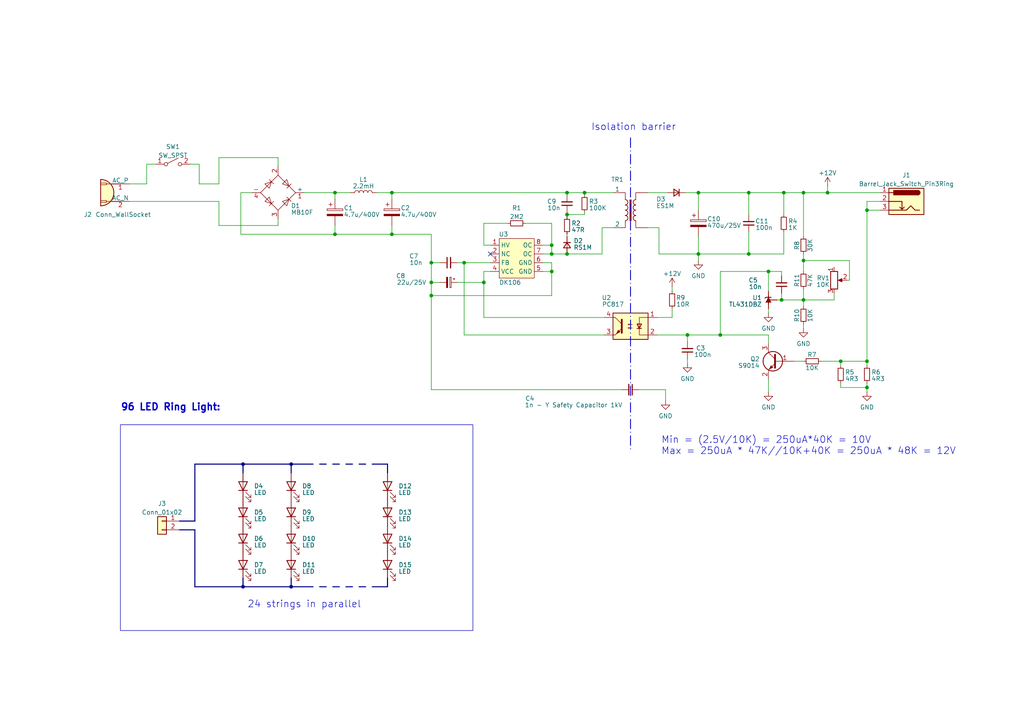
<source format=kicad_sch>
(kicad_sch (version 20230121) (generator eeschema)

  (uuid 766dae69-59f1-41e5-9943-72bcf7b63412)

  (paper "A4")

  (title_block
    (title "KJ-P800 AC-DC powersupply")
    (date "29.7.2023")
    (rev "1.0")
    (company "Made by Morten")
  )

  (lib_symbols
    (symbol "Connector:Barrel_Jack_Switch_Pin3Ring" (pin_names hide) (in_bom yes) (on_board yes)
      (property "Reference" "J" (at 0 5.334 0)
        (effects (font (size 1.27 1.27)))
      )
      (property "Value" "Barrel_Jack_Switch_Pin3Ring" (at 0 -5.08 0)
        (effects (font (size 1.27 1.27)))
      )
      (property "Footprint" "" (at 1.27 -1.016 0)
        (effects (font (size 1.27 1.27)) hide)
      )
      (property "Datasheet" "~" (at 1.27 -1.016 0)
        (effects (font (size 1.27 1.27)) hide)
      )
      (property "ki_keywords" "DC power barrel jack connector" (at 0 0 0)
        (effects (font (size 1.27 1.27)) hide)
      )
      (property "ki_description" "DC Barrel Jack with an internal switch" (at 0 0 0)
        (effects (font (size 1.27 1.27)) hide)
      )
      (property "ki_fp_filters" "BarrelJack*" (at 0 0 0)
        (effects (font (size 1.27 1.27)) hide)
      )
      (symbol "Barrel_Jack_Switch_Pin3Ring_0_1"
        (rectangle (start -5.08 3.81) (end 5.08 -3.81)
          (stroke (width 0.254) (type default))
          (fill (type background))
        )
        (arc (start -3.302 3.175) (mid -3.9343 2.54) (end -3.302 1.905)
          (stroke (width 0.254) (type default))
          (fill (type none))
        )
        (arc (start -3.302 3.175) (mid -3.9343 2.54) (end -3.302 1.905)
          (stroke (width 0.254) (type default))
          (fill (type outline))
        )
        (polyline
          (pts
            (xy 1.27 -2.286)
            (xy 1.905 -1.651)
          )
          (stroke (width 0.254) (type default))
          (fill (type none))
        )
        (polyline
          (pts
            (xy 5.08 2.54)
            (xy 3.81 2.54)
          )
          (stroke (width 0.254) (type default))
          (fill (type none))
        )
        (polyline
          (pts
            (xy 5.08 0)
            (xy 1.27 0)
            (xy 1.27 -2.286)
            (xy 0.635 -1.651)
          )
          (stroke (width 0.254) (type default))
          (fill (type none))
        )
        (polyline
          (pts
            (xy -3.81 -2.54)
            (xy -2.54 -2.54)
            (xy -1.27 -1.27)
            (xy 0 -2.54)
            (xy 2.54 -2.54)
            (xy 5.08 -2.54)
          )
          (stroke (width 0.254) (type default))
          (fill (type none))
        )
        (rectangle (start 3.683 3.175) (end -3.302 1.905)
          (stroke (width 0.254) (type default))
          (fill (type outline))
        )
      )
      (symbol "Barrel_Jack_Switch_Pin3Ring_1_1"
        (pin passive line (at 7.62 2.54 180) (length 2.54)
          (name "~" (effects (font (size 1.27 1.27))))
          (number "1" (effects (font (size 1.27 1.27))))
        )
        (pin passive line (at 7.62 0 180) (length 2.54)
          (name "~" (effects (font (size 1.27 1.27))))
          (number "2" (effects (font (size 1.27 1.27))))
        )
        (pin passive line (at 7.62 -2.54 180) (length 2.54)
          (name "~" (effects (font (size 1.27 1.27))))
          (number "3" (effects (font (size 1.27 1.27))))
        )
      )
    )
    (symbol "Connector:Conn_WallSocket" (pin_names (offset 0)) (in_bom yes) (on_board yes)
      (property "Reference" "J" (at 1.27 4.445 0)
        (effects (font (size 1.27 1.27)) (justify bottom))
      )
      (property "Value" "Conn_WallSocket" (at 5.08 0 90)
        (effects (font (size 1.27 1.27)) (justify bottom))
      )
      (property "Footprint" "" (at -10.16 0 0)
        (effects (font (size 1.27 1.27)) hide)
      )
      (property "Datasheet" "~" (at -10.16 0 0)
        (effects (font (size 1.27 1.27)) hide)
      )
      (property "ki_keywords" "wall socket 110VAC 220VAC" (at 0 0 0)
        (effects (font (size 1.27 1.27)) hide)
      )
      (property "ki_description" "3-pin german wall socket, no Earth wire (110VAC, 220VAC)" (at 0 0 0)
        (effects (font (size 1.27 1.27)) hide)
      )
      (symbol "Conn_WallSocket_0_1"
        (polyline
          (pts
            (xy 1.524 -2.54)
            (xy -2.54 -2.54)
          )
          (stroke (width 0) (type default))
          (fill (type none))
        )
        (polyline
          (pts
            (xy 1.524 2.54)
            (xy -2.54 2.54)
          )
          (stroke (width 0) (type default))
          (fill (type none))
        )
        (polyline
          (pts
            (xy 3.175 -3.81)
            (xy 3.175 3.81)
          )
          (stroke (width 0.254) (type default))
          (fill (type none))
        )
        (rectangle (start 3.175 -2.794) (end 1.524 -2.286)
          (stroke (width 0) (type default))
          (fill (type none))
        )
        (rectangle (start 3.175 2.286) (end 1.524 2.794)
          (stroke (width 0) (type default))
          (fill (type none))
        )
        (arc (start 3.175 3.81) (mid -0.6184 0) (end 3.175 -3.81)
          (stroke (width 0.254) (type default))
          (fill (type background))
        )
      )
      (symbol "Conn_WallSocket_1_1"
        (pin power_in line (at -5.08 2.54 0) (length 5.08)
          (name "AC_P" (effects (font (size 1.27 1.27))))
          (number "1" (effects (font (size 1.27 1.27))))
        )
        (pin power_in line (at -5.08 -2.54 0) (length 5.08)
          (name "AC_N" (effects (font (size 1.27 1.27))))
          (number "2" (effects (font (size 1.27 1.27))))
        )
      )
    )
    (symbol "Connector_Generic:Conn_01x02" (pin_names (offset 1.016) hide) (in_bom yes) (on_board yes)
      (property "Reference" "J" (at 0 2.54 0)
        (effects (font (size 1.27 1.27)))
      )
      (property "Value" "Conn_01x02" (at 0 -5.08 0)
        (effects (font (size 1.27 1.27)))
      )
      (property "Footprint" "" (at 0 0 0)
        (effects (font (size 1.27 1.27)) hide)
      )
      (property "Datasheet" "~" (at 0 0 0)
        (effects (font (size 1.27 1.27)) hide)
      )
      (property "ki_keywords" "connector" (at 0 0 0)
        (effects (font (size 1.27 1.27)) hide)
      )
      (property "ki_description" "Generic connector, single row, 01x02, script generated (kicad-library-utils/schlib/autogen/connector/)" (at 0 0 0)
        (effects (font (size 1.27 1.27)) hide)
      )
      (property "ki_fp_filters" "Connector*:*_1x??_*" (at 0 0 0)
        (effects (font (size 1.27 1.27)) hide)
      )
      (symbol "Conn_01x02_1_1"
        (rectangle (start -1.27 -2.413) (end 0 -2.667)
          (stroke (width 0.1524) (type default))
          (fill (type none))
        )
        (rectangle (start -1.27 0.127) (end 0 -0.127)
          (stroke (width 0.1524) (type default))
          (fill (type none))
        )
        (rectangle (start -1.27 1.27) (end 1.27 -3.81)
          (stroke (width 0.254) (type default))
          (fill (type background))
        )
        (pin passive line (at -5.08 0 0) (length 3.81)
          (name "Pin_1" (effects (font (size 1.27 1.27))))
          (number "1" (effects (font (size 1.27 1.27))))
        )
        (pin passive line (at -5.08 -2.54 0) (length 3.81)
          (name "Pin_2" (effects (font (size 1.27 1.27))))
          (number "2" (effects (font (size 1.27 1.27))))
        )
      )
    )
    (symbol "Device:C_Polarized" (pin_numbers hide) (pin_names (offset 0.254)) (in_bom yes) (on_board yes)
      (property "Reference" "C" (at 0.635 2.54 0)
        (effects (font (size 1.27 1.27)) (justify left))
      )
      (property "Value" "C_Polarized" (at 0.635 -2.54 0)
        (effects (font (size 1.27 1.27)) (justify left))
      )
      (property "Footprint" "" (at 0.9652 -3.81 0)
        (effects (font (size 1.27 1.27)) hide)
      )
      (property "Datasheet" "~" (at 0 0 0)
        (effects (font (size 1.27 1.27)) hide)
      )
      (property "ki_keywords" "cap capacitor" (at 0 0 0)
        (effects (font (size 1.27 1.27)) hide)
      )
      (property "ki_description" "Polarized capacitor" (at 0 0 0)
        (effects (font (size 1.27 1.27)) hide)
      )
      (property "ki_fp_filters" "CP_*" (at 0 0 0)
        (effects (font (size 1.27 1.27)) hide)
      )
      (symbol "C_Polarized_0_1"
        (rectangle (start -2.286 0.508) (end 2.286 1.016)
          (stroke (width 0) (type default))
          (fill (type none))
        )
        (polyline
          (pts
            (xy -1.778 2.286)
            (xy -0.762 2.286)
          )
          (stroke (width 0) (type default))
          (fill (type none))
        )
        (polyline
          (pts
            (xy -1.27 2.794)
            (xy -1.27 1.778)
          )
          (stroke (width 0) (type default))
          (fill (type none))
        )
        (rectangle (start 2.286 -0.508) (end -2.286 -1.016)
          (stroke (width 0) (type default))
          (fill (type outline))
        )
      )
      (symbol "C_Polarized_1_1"
        (pin passive line (at 0 3.81 270) (length 2.794)
          (name "~" (effects (font (size 1.27 1.27))))
          (number "1" (effects (font (size 1.27 1.27))))
        )
        (pin passive line (at 0 -3.81 90) (length 2.794)
          (name "~" (effects (font (size 1.27 1.27))))
          (number "2" (effects (font (size 1.27 1.27))))
        )
      )
    )
    (symbol "Device:C_Polarized_Small" (pin_numbers hide) (pin_names (offset 0.254) hide) (in_bom yes) (on_board yes)
      (property "Reference" "C" (at 0.254 1.778 0)
        (effects (font (size 1.27 1.27)) (justify left))
      )
      (property "Value" "C_Polarized_Small" (at 0.254 -2.032 0)
        (effects (font (size 1.27 1.27)) (justify left))
      )
      (property "Footprint" "" (at 0 0 0)
        (effects (font (size 1.27 1.27)) hide)
      )
      (property "Datasheet" "~" (at 0 0 0)
        (effects (font (size 1.27 1.27)) hide)
      )
      (property "ki_keywords" "cap capacitor" (at 0 0 0)
        (effects (font (size 1.27 1.27)) hide)
      )
      (property "ki_description" "Polarized capacitor, small symbol" (at 0 0 0)
        (effects (font (size 1.27 1.27)) hide)
      )
      (property "ki_fp_filters" "CP_*" (at 0 0 0)
        (effects (font (size 1.27 1.27)) hide)
      )
      (symbol "C_Polarized_Small_0_1"
        (rectangle (start -1.524 -0.3048) (end 1.524 -0.6858)
          (stroke (width 0) (type default))
          (fill (type outline))
        )
        (rectangle (start -1.524 0.6858) (end 1.524 0.3048)
          (stroke (width 0) (type default))
          (fill (type none))
        )
        (polyline
          (pts
            (xy -1.27 1.524)
            (xy -0.762 1.524)
          )
          (stroke (width 0) (type default))
          (fill (type none))
        )
        (polyline
          (pts
            (xy -1.016 1.27)
            (xy -1.016 1.778)
          )
          (stroke (width 0) (type default))
          (fill (type none))
        )
      )
      (symbol "C_Polarized_Small_1_1"
        (pin passive line (at 0 2.54 270) (length 1.8542)
          (name "~" (effects (font (size 1.27 1.27))))
          (number "1" (effects (font (size 1.27 1.27))))
        )
        (pin passive line (at 0 -2.54 90) (length 1.8542)
          (name "~" (effects (font (size 1.27 1.27))))
          (number "2" (effects (font (size 1.27 1.27))))
        )
      )
    )
    (symbol "Device:C_Small" (pin_numbers hide) (pin_names (offset 0.254) hide) (in_bom yes) (on_board yes)
      (property "Reference" "C" (at 0.254 1.778 0)
        (effects (font (size 1.27 1.27)) (justify left))
      )
      (property "Value" "C_Small" (at 0.254 -2.032 0)
        (effects (font (size 1.27 1.27)) (justify left))
      )
      (property "Footprint" "" (at 0 0 0)
        (effects (font (size 1.27 1.27)) hide)
      )
      (property "Datasheet" "~" (at 0 0 0)
        (effects (font (size 1.27 1.27)) hide)
      )
      (property "ki_keywords" "capacitor cap" (at 0 0 0)
        (effects (font (size 1.27 1.27)) hide)
      )
      (property "ki_description" "Unpolarized capacitor, small symbol" (at 0 0 0)
        (effects (font (size 1.27 1.27)) hide)
      )
      (property "ki_fp_filters" "C_*" (at 0 0 0)
        (effects (font (size 1.27 1.27)) hide)
      )
      (symbol "C_Small_0_1"
        (polyline
          (pts
            (xy -1.524 -0.508)
            (xy 1.524 -0.508)
          )
          (stroke (width 0.3302) (type default))
          (fill (type none))
        )
        (polyline
          (pts
            (xy -1.524 0.508)
            (xy 1.524 0.508)
          )
          (stroke (width 0.3048) (type default))
          (fill (type none))
        )
      )
      (symbol "C_Small_1_1"
        (pin passive line (at 0 2.54 270) (length 2.032)
          (name "~" (effects (font (size 1.27 1.27))))
          (number "1" (effects (font (size 1.27 1.27))))
        )
        (pin passive line (at 0 -2.54 90) (length 2.032)
          (name "~" (effects (font (size 1.27 1.27))))
          (number "2" (effects (font (size 1.27 1.27))))
        )
      )
    )
    (symbol "Device:D_Small" (pin_numbers hide) (pin_names (offset 0.254) hide) (in_bom yes) (on_board yes)
      (property "Reference" "D" (at -1.27 2.032 0)
        (effects (font (size 1.27 1.27)) (justify left))
      )
      (property "Value" "D_Small" (at -3.81 -2.032 0)
        (effects (font (size 1.27 1.27)) (justify left))
      )
      (property "Footprint" "" (at 0 0 90)
        (effects (font (size 1.27 1.27)) hide)
      )
      (property "Datasheet" "~" (at 0 0 90)
        (effects (font (size 1.27 1.27)) hide)
      )
      (property "Sim.Device" "D" (at 0 0 0)
        (effects (font (size 1.27 1.27)) hide)
      )
      (property "Sim.Pins" "1=K 2=A" (at 0 0 0)
        (effects (font (size 1.27 1.27)) hide)
      )
      (property "ki_keywords" "diode" (at 0 0 0)
        (effects (font (size 1.27 1.27)) hide)
      )
      (property "ki_description" "Diode, small symbol" (at 0 0 0)
        (effects (font (size 1.27 1.27)) hide)
      )
      (property "ki_fp_filters" "TO-???* *_Diode_* *SingleDiode* D_*" (at 0 0 0)
        (effects (font (size 1.27 1.27)) hide)
      )
      (symbol "D_Small_0_1"
        (polyline
          (pts
            (xy -0.762 -1.016)
            (xy -0.762 1.016)
          )
          (stroke (width 0.254) (type default))
          (fill (type none))
        )
        (polyline
          (pts
            (xy -0.762 0)
            (xy 0.762 0)
          )
          (stroke (width 0) (type default))
          (fill (type none))
        )
        (polyline
          (pts
            (xy 0.762 -1.016)
            (xy -0.762 0)
            (xy 0.762 1.016)
            (xy 0.762 -1.016)
          )
          (stroke (width 0.254) (type default))
          (fill (type none))
        )
      )
      (symbol "D_Small_1_1"
        (pin passive line (at -2.54 0 0) (length 1.778)
          (name "K" (effects (font (size 1.27 1.27))))
          (number "1" (effects (font (size 1.27 1.27))))
        )
        (pin passive line (at 2.54 0 180) (length 1.778)
          (name "A" (effects (font (size 1.27 1.27))))
          (number "2" (effects (font (size 1.27 1.27))))
        )
      )
    )
    (symbol "Device:L" (pin_numbers hide) (pin_names (offset 1.016) hide) (in_bom yes) (on_board yes)
      (property "Reference" "L" (at -1.27 0 90)
        (effects (font (size 1.27 1.27)))
      )
      (property "Value" "L" (at 1.905 0 90)
        (effects (font (size 1.27 1.27)))
      )
      (property "Footprint" "" (at 0 0 0)
        (effects (font (size 1.27 1.27)) hide)
      )
      (property "Datasheet" "~" (at 0 0 0)
        (effects (font (size 1.27 1.27)) hide)
      )
      (property "ki_keywords" "inductor choke coil reactor magnetic" (at 0 0 0)
        (effects (font (size 1.27 1.27)) hide)
      )
      (property "ki_description" "Inductor" (at 0 0 0)
        (effects (font (size 1.27 1.27)) hide)
      )
      (property "ki_fp_filters" "Choke_* *Coil* Inductor_* L_*" (at 0 0 0)
        (effects (font (size 1.27 1.27)) hide)
      )
      (symbol "L_0_1"
        (arc (start 0 -2.54) (mid 0.6323 -1.905) (end 0 -1.27)
          (stroke (width 0) (type default))
          (fill (type none))
        )
        (arc (start 0 -1.27) (mid 0.6323 -0.635) (end 0 0)
          (stroke (width 0) (type default))
          (fill (type none))
        )
        (arc (start 0 0) (mid 0.6323 0.635) (end 0 1.27)
          (stroke (width 0) (type default))
          (fill (type none))
        )
        (arc (start 0 1.27) (mid 0.6323 1.905) (end 0 2.54)
          (stroke (width 0) (type default))
          (fill (type none))
        )
      )
      (symbol "L_1_1"
        (pin passive line (at 0 3.81 270) (length 1.27)
          (name "1" (effects (font (size 1.27 1.27))))
          (number "1" (effects (font (size 1.27 1.27))))
        )
        (pin passive line (at 0 -3.81 90) (length 1.27)
          (name "2" (effects (font (size 1.27 1.27))))
          (number "2" (effects (font (size 1.27 1.27))))
        )
      )
    )
    (symbol "Device:LED" (pin_numbers hide) (pin_names (offset 1.016) hide) (in_bom yes) (on_board yes)
      (property "Reference" "D" (at 0 2.54 0)
        (effects (font (size 1.27 1.27)))
      )
      (property "Value" "LED" (at 0 -2.54 0)
        (effects (font (size 1.27 1.27)))
      )
      (property "Footprint" "" (at 0 0 0)
        (effects (font (size 1.27 1.27)) hide)
      )
      (property "Datasheet" "~" (at 0 0 0)
        (effects (font (size 1.27 1.27)) hide)
      )
      (property "ki_keywords" "LED diode" (at 0 0 0)
        (effects (font (size 1.27 1.27)) hide)
      )
      (property "ki_description" "Light emitting diode" (at 0 0 0)
        (effects (font (size 1.27 1.27)) hide)
      )
      (property "ki_fp_filters" "LED* LED_SMD:* LED_THT:*" (at 0 0 0)
        (effects (font (size 1.27 1.27)) hide)
      )
      (symbol "LED_0_1"
        (polyline
          (pts
            (xy -1.27 -1.27)
            (xy -1.27 1.27)
          )
          (stroke (width 0.254) (type default))
          (fill (type none))
        )
        (polyline
          (pts
            (xy -1.27 0)
            (xy 1.27 0)
          )
          (stroke (width 0) (type default))
          (fill (type none))
        )
        (polyline
          (pts
            (xy 1.27 -1.27)
            (xy 1.27 1.27)
            (xy -1.27 0)
            (xy 1.27 -1.27)
          )
          (stroke (width 0.254) (type default))
          (fill (type none))
        )
        (polyline
          (pts
            (xy -3.048 -0.762)
            (xy -4.572 -2.286)
            (xy -3.81 -2.286)
            (xy -4.572 -2.286)
            (xy -4.572 -1.524)
          )
          (stroke (width 0) (type default))
          (fill (type none))
        )
        (polyline
          (pts
            (xy -1.778 -0.762)
            (xy -3.302 -2.286)
            (xy -2.54 -2.286)
            (xy -3.302 -2.286)
            (xy -3.302 -1.524)
          )
          (stroke (width 0) (type default))
          (fill (type none))
        )
      )
      (symbol "LED_1_1"
        (pin passive line (at -3.81 0 0) (length 2.54)
          (name "K" (effects (font (size 1.27 1.27))))
          (number "1" (effects (font (size 1.27 1.27))))
        )
        (pin passive line (at 3.81 0 180) (length 2.54)
          (name "A" (effects (font (size 1.27 1.27))))
          (number "2" (effects (font (size 1.27 1.27))))
        )
      )
    )
    (symbol "Device:R_Potentiometer" (pin_names (offset 1.016) hide) (in_bom yes) (on_board yes)
      (property "Reference" "RV" (at -4.445 0 90)
        (effects (font (size 1.27 1.27)))
      )
      (property "Value" "R_Potentiometer" (at -2.54 0 90)
        (effects (font (size 1.27 1.27)))
      )
      (property "Footprint" "" (at 0 0 0)
        (effects (font (size 1.27 1.27)) hide)
      )
      (property "Datasheet" "~" (at 0 0 0)
        (effects (font (size 1.27 1.27)) hide)
      )
      (property "ki_keywords" "resistor variable" (at 0 0 0)
        (effects (font (size 1.27 1.27)) hide)
      )
      (property "ki_description" "Potentiometer" (at 0 0 0)
        (effects (font (size 1.27 1.27)) hide)
      )
      (property "ki_fp_filters" "Potentiometer*" (at 0 0 0)
        (effects (font (size 1.27 1.27)) hide)
      )
      (symbol "R_Potentiometer_0_1"
        (polyline
          (pts
            (xy 2.54 0)
            (xy 1.524 0)
          )
          (stroke (width 0) (type default))
          (fill (type none))
        )
        (polyline
          (pts
            (xy 1.143 0)
            (xy 2.286 0.508)
            (xy 2.286 -0.508)
            (xy 1.143 0)
          )
          (stroke (width 0) (type default))
          (fill (type outline))
        )
        (rectangle (start 1.016 2.54) (end -1.016 -2.54)
          (stroke (width 0.254) (type default))
          (fill (type none))
        )
      )
      (symbol "R_Potentiometer_1_1"
        (pin passive line (at 0 3.81 270) (length 1.27)
          (name "1" (effects (font (size 1.27 1.27))))
          (number "1" (effects (font (size 1.27 1.27))))
        )
        (pin passive line (at 3.81 0 180) (length 1.27)
          (name "2" (effects (font (size 1.27 1.27))))
          (number "2" (effects (font (size 1.27 1.27))))
        )
        (pin passive line (at 0 -3.81 90) (length 1.27)
          (name "3" (effects (font (size 1.27 1.27))))
          (number "3" (effects (font (size 1.27 1.27))))
        )
      )
    )
    (symbol "Device:R_Small" (pin_numbers hide) (pin_names (offset 0.254) hide) (in_bom yes) (on_board yes)
      (property "Reference" "R" (at 0.762 0.508 0)
        (effects (font (size 1.27 1.27)) (justify left))
      )
      (property "Value" "R_Small" (at 0.762 -1.016 0)
        (effects (font (size 1.27 1.27)) (justify left))
      )
      (property "Footprint" "" (at 0 0 0)
        (effects (font (size 1.27 1.27)) hide)
      )
      (property "Datasheet" "~" (at 0 0 0)
        (effects (font (size 1.27 1.27)) hide)
      )
      (property "ki_keywords" "R resistor" (at 0 0 0)
        (effects (font (size 1.27 1.27)) hide)
      )
      (property "ki_description" "Resistor, small symbol" (at 0 0 0)
        (effects (font (size 1.27 1.27)) hide)
      )
      (property "ki_fp_filters" "R_*" (at 0 0 0)
        (effects (font (size 1.27 1.27)) hide)
      )
      (symbol "R_Small_0_1"
        (rectangle (start -0.762 1.778) (end 0.762 -1.778)
          (stroke (width 0.2032) (type default))
          (fill (type none))
        )
      )
      (symbol "R_Small_1_1"
        (pin passive line (at 0 2.54 270) (length 0.762)
          (name "~" (effects (font (size 1.27 1.27))))
          (number "1" (effects (font (size 1.27 1.27))))
        )
        (pin passive line (at 0 -2.54 90) (length 0.762)
          (name "~" (effects (font (size 1.27 1.27))))
          (number "2" (effects (font (size 1.27 1.27))))
        )
      )
    )
    (symbol "Diode_Bridge:MBL106S" (pin_names (offset 0)) (in_bom yes) (on_board yes)
      (property "Reference" "D" (at 2.54 6.985 0)
        (effects (font (size 1.27 1.27)) (justify left))
      )
      (property "Value" "MBL106S" (at 2.54 5.08 0)
        (effects (font (size 1.27 1.27)) (justify left))
      )
      (property "Footprint" "Diode_SMD:Diode_Bridge_Vishay_MBLS" (at 3.81 3.175 0)
        (effects (font (size 1.27 1.27)) (justify left) hide)
      )
      (property "Datasheet" "http://www.vishay.com/docs/89959/mbl104s.pdf" (at 0 0 0)
        (effects (font (size 1.27 1.27)) hide)
      )
      (property "ki_keywords" "rectifier acdc" (at 0 0 0)
        (effects (font (size 1.27 1.27)) hide)
      )
      (property "ki_description" "Miniature Glass Passivated Single-Phase Surface Mount Bridge Rectifiers, 420V Vrms, 1.0A If, MBLS SMD package" (at 0 0 0)
        (effects (font (size 1.27 1.27)) hide)
      )
      (property "ki_fp_filters" "Diode*Bridge*Vishay*MBLS*" (at 0 0 0)
        (effects (font (size 1.27 1.27)) hide)
      )
      (symbol "MBL106S_0_1"
        (polyline
          (pts
            (xy -2.54 3.81)
            (xy -1.27 2.54)
          )
          (stroke (width 0) (type default))
          (fill (type none))
        )
        (polyline
          (pts
            (xy -1.27 -2.54)
            (xy -2.54 -3.81)
          )
          (stroke (width 0) (type default))
          (fill (type none))
        )
        (polyline
          (pts
            (xy 2.54 -1.27)
            (xy 3.81 -2.54)
          )
          (stroke (width 0) (type default))
          (fill (type none))
        )
        (polyline
          (pts
            (xy 2.54 1.27)
            (xy 3.81 2.54)
          )
          (stroke (width 0) (type default))
          (fill (type none))
        )
        (polyline
          (pts
            (xy -3.81 2.54)
            (xy -2.54 1.27)
            (xy -1.905 3.175)
            (xy -3.81 2.54)
          )
          (stroke (width 0) (type default))
          (fill (type none))
        )
        (polyline
          (pts
            (xy -2.54 -1.27)
            (xy -3.81 -2.54)
            (xy -1.905 -3.175)
            (xy -2.54 -1.27)
          )
          (stroke (width 0) (type default))
          (fill (type none))
        )
        (polyline
          (pts
            (xy 1.27 2.54)
            (xy 2.54 3.81)
            (xy 3.175 1.905)
            (xy 1.27 2.54)
          )
          (stroke (width 0) (type default))
          (fill (type none))
        )
        (polyline
          (pts
            (xy 3.175 -1.905)
            (xy 1.27 -2.54)
            (xy 2.54 -3.81)
            (xy 3.175 -1.905)
          )
          (stroke (width 0) (type default))
          (fill (type none))
        )
        (polyline
          (pts
            (xy -5.08 0)
            (xy 0 -5.08)
            (xy 5.08 0)
            (xy 0 5.08)
            (xy -5.08 0)
          )
          (stroke (width 0) (type default))
          (fill (type none))
        )
      )
      (symbol "MBL106S_1_1"
        (pin passive line (at 7.62 0 180) (length 2.54)
          (name "+" (effects (font (size 1.27 1.27))))
          (number "1" (effects (font (size 1.27 1.27))))
        )
        (pin passive line (at 0 7.62 270) (length 2.54)
          (name "~" (effects (font (size 1.27 1.27))))
          (number "2" (effects (font (size 1.27 1.27))))
        )
        (pin passive line (at 0 -7.62 90) (length 2.54)
          (name "~" (effects (font (size 1.27 1.27))))
          (number "3" (effects (font (size 1.27 1.27))))
        )
        (pin passive line (at -7.62 0 0) (length 2.54)
          (name "-" (effects (font (size 1.27 1.27))))
          (number "4" (effects (font (size 1.27 1.27))))
        )
      )
    )
    (symbol "Isolator:PC817" (pin_names (offset 1.016)) (in_bom yes) (on_board yes)
      (property "Reference" "U" (at -5.08 5.08 0)
        (effects (font (size 1.27 1.27)) (justify left))
      )
      (property "Value" "PC817" (at 0 5.08 0)
        (effects (font (size 1.27 1.27)) (justify left))
      )
      (property "Footprint" "Package_DIP:DIP-4_W7.62mm" (at -5.08 -5.08 0)
        (effects (font (size 1.27 1.27) italic) (justify left) hide)
      )
      (property "Datasheet" "http://www.soselectronic.cz/a_info/resource/d/pc817.pdf" (at 0 0 0)
        (effects (font (size 1.27 1.27)) (justify left) hide)
      )
      (property "ki_keywords" "NPN DC Optocoupler" (at 0 0 0)
        (effects (font (size 1.27 1.27)) hide)
      )
      (property "ki_description" "DC Optocoupler, Vce 35V, CTR 50-300%, DIP-4" (at 0 0 0)
        (effects (font (size 1.27 1.27)) hide)
      )
      (property "ki_fp_filters" "DIP*W7.62mm*" (at 0 0 0)
        (effects (font (size 1.27 1.27)) hide)
      )
      (symbol "PC817_0_1"
        (rectangle (start -5.08 3.81) (end 5.08 -3.81)
          (stroke (width 0.254) (type default))
          (fill (type background))
        )
        (polyline
          (pts
            (xy -3.175 -0.635)
            (xy -1.905 -0.635)
          )
          (stroke (width 0.254) (type default))
          (fill (type none))
        )
        (polyline
          (pts
            (xy 2.54 0.635)
            (xy 4.445 2.54)
          )
          (stroke (width 0) (type default))
          (fill (type none))
        )
        (polyline
          (pts
            (xy 4.445 -2.54)
            (xy 2.54 -0.635)
          )
          (stroke (width 0) (type default))
          (fill (type outline))
        )
        (polyline
          (pts
            (xy 4.445 -2.54)
            (xy 5.08 -2.54)
          )
          (stroke (width 0) (type default))
          (fill (type none))
        )
        (polyline
          (pts
            (xy 4.445 2.54)
            (xy 5.08 2.54)
          )
          (stroke (width 0) (type default))
          (fill (type none))
        )
        (polyline
          (pts
            (xy -5.08 2.54)
            (xy -2.54 2.54)
            (xy -2.54 -0.635)
          )
          (stroke (width 0) (type default))
          (fill (type none))
        )
        (polyline
          (pts
            (xy -2.54 -0.635)
            (xy -2.54 -2.54)
            (xy -5.08 -2.54)
          )
          (stroke (width 0) (type default))
          (fill (type none))
        )
        (polyline
          (pts
            (xy 2.54 1.905)
            (xy 2.54 -1.905)
            (xy 2.54 -1.905)
          )
          (stroke (width 0.508) (type default))
          (fill (type none))
        )
        (polyline
          (pts
            (xy -2.54 -0.635)
            (xy -3.175 0.635)
            (xy -1.905 0.635)
            (xy -2.54 -0.635)
          )
          (stroke (width 0.254) (type default))
          (fill (type none))
        )
        (polyline
          (pts
            (xy -0.508 -0.508)
            (xy 0.762 -0.508)
            (xy 0.381 -0.635)
            (xy 0.381 -0.381)
            (xy 0.762 -0.508)
          )
          (stroke (width 0) (type default))
          (fill (type none))
        )
        (polyline
          (pts
            (xy -0.508 0.508)
            (xy 0.762 0.508)
            (xy 0.381 0.381)
            (xy 0.381 0.635)
            (xy 0.762 0.508)
          )
          (stroke (width 0) (type default))
          (fill (type none))
        )
        (polyline
          (pts
            (xy 3.048 -1.651)
            (xy 3.556 -1.143)
            (xy 4.064 -2.159)
            (xy 3.048 -1.651)
            (xy 3.048 -1.651)
          )
          (stroke (width 0) (type default))
          (fill (type outline))
        )
      )
      (symbol "PC817_1_1"
        (pin passive line (at -7.62 2.54 0) (length 2.54)
          (name "~" (effects (font (size 1.27 1.27))))
          (number "1" (effects (font (size 1.27 1.27))))
        )
        (pin passive line (at -7.62 -2.54 0) (length 2.54)
          (name "~" (effects (font (size 1.27 1.27))))
          (number "2" (effects (font (size 1.27 1.27))))
        )
        (pin passive line (at 7.62 -2.54 180) (length 2.54)
          (name "~" (effects (font (size 1.27 1.27))))
          (number "3" (effects (font (size 1.27 1.27))))
        )
        (pin passive line (at 7.62 2.54 180) (length 2.54)
          (name "~" (effects (font (size 1.27 1.27))))
          (number "4" (effects (font (size 1.27 1.27))))
        )
      )
    )
    (symbol "Reference_Voltage:TL431DBZ" (pin_numbers hide) (pin_names hide) (in_bom yes) (on_board yes)
      (property "Reference" "U" (at -2.54 2.54 0)
        (effects (font (size 1.27 1.27)))
      )
      (property "Value" "TL431DBZ" (at 0 -2.54 0)
        (effects (font (size 1.27 1.27)))
      )
      (property "Footprint" "Package_TO_SOT_SMD:SOT-23" (at 0 -3.81 0)
        (effects (font (size 1.27 1.27) italic) hide)
      )
      (property "Datasheet" "http://www.ti.com/lit/ds/symlink/tl431.pdf" (at 0 0 0)
        (effects (font (size 1.27 1.27) italic) hide)
      )
      (property "ki_keywords" "diode device shunt regulator" (at 0 0 0)
        (effects (font (size 1.27 1.27)) hide)
      )
      (property "ki_description" "Shunt Regulator, SOT-23" (at 0 0 0)
        (effects (font (size 1.27 1.27)) hide)
      )
      (property "ki_fp_filters" "SOT?23*" (at 0 0 0)
        (effects (font (size 1.27 1.27)) hide)
      )
      (symbol "TL431DBZ_0_1"
        (polyline
          (pts
            (xy -1.27 0)
            (xy 0 0)
            (xy 1.27 0)
          )
          (stroke (width 0) (type default))
          (fill (type none))
        )
        (polyline
          (pts
            (xy -0.762 0.762)
            (xy 0.762 0)
            (xy -0.762 -0.762)
          )
          (stroke (width 0) (type default))
          (fill (type outline))
        )
        (polyline
          (pts
            (xy 0.508 -1.016)
            (xy 0.762 -0.762)
            (xy 0.762 0.762)
            (xy 0.762 0.762)
          )
          (stroke (width 0.254) (type default))
          (fill (type none))
        )
      )
      (symbol "TL431DBZ_1_1"
        (pin passive line (at 2.54 0 180) (length 2.54)
          (name "K" (effects (font (size 1.27 1.27))))
          (number "1" (effects (font (size 1.27 1.27))))
        )
        (pin passive line (at 0 2.54 270) (length 2.54)
          (name "REF" (effects (font (size 1.27 1.27))))
          (number "2" (effects (font (size 1.27 1.27))))
        )
        (pin passive line (at -2.54 0 0) (length 2.54)
          (name "A" (effects (font (size 1.27 1.27))))
          (number "3" (effects (font (size 1.27 1.27))))
        )
      )
    )
    (symbol "Switch:SW_SPST" (pin_names (offset 0) hide) (in_bom yes) (on_board yes)
      (property "Reference" "SW" (at 0 3.175 0)
        (effects (font (size 1.27 1.27)))
      )
      (property "Value" "SW_SPST" (at 0 -2.54 0)
        (effects (font (size 1.27 1.27)))
      )
      (property "Footprint" "" (at 0 0 0)
        (effects (font (size 1.27 1.27)) hide)
      )
      (property "Datasheet" "~" (at 0 0 0)
        (effects (font (size 1.27 1.27)) hide)
      )
      (property "ki_keywords" "switch lever" (at 0 0 0)
        (effects (font (size 1.27 1.27)) hide)
      )
      (property "ki_description" "Single Pole Single Throw (SPST) switch" (at 0 0 0)
        (effects (font (size 1.27 1.27)) hide)
      )
      (symbol "SW_SPST_0_0"
        (circle (center -2.032 0) (radius 0.508)
          (stroke (width 0) (type default))
          (fill (type none))
        )
        (polyline
          (pts
            (xy -1.524 0.254)
            (xy 1.524 1.778)
          )
          (stroke (width 0) (type default))
          (fill (type none))
        )
        (circle (center 2.032 0) (radius 0.508)
          (stroke (width 0) (type default))
          (fill (type none))
        )
      )
      (symbol "SW_SPST_1_1"
        (pin passive line (at -5.08 0 0) (length 2.54)
          (name "A" (effects (font (size 1.27 1.27))))
          (number "1" (effects (font (size 1.27 1.27))))
        )
        (pin passive line (at 5.08 0 180) (length 2.54)
          (name "B" (effects (font (size 1.27 1.27))))
          (number "2" (effects (font (size 1.27 1.27))))
        )
      )
    )
    (symbol "Transformer:TR60_IC" (pin_numbers hide) (pin_names (offset 0)) (in_bom yes) (on_board yes)
      (property "Reference" "TR" (at 0 6.35 0)
        (effects (font (size 1.27 1.27)))
      )
      (property "Value" "TR60_IC" (at 0 -6.35 0)
        (effects (font (size 1.27 1.27)))
      )
      (property "Footprint" "" (at 0 0 0)
        (effects (font (size 1.27 1.27)) hide)
      )
      (property "Datasheet" "" (at 0 0 0)
        (effects (font (size 1.27 1.27)) hide)
      )
      (symbol "TR60_IC_0_1"
        (arc (start -1.524 -3.048) (mid -0.7653 -2.286) (end -1.524 -1.524)
          (stroke (width 0.2032) (type default))
          (fill (type none))
        )
        (arc (start -1.524 -1.524) (mid -0.7653 -0.762) (end -1.524 0)
          (stroke (width 0.2032) (type default))
          (fill (type none))
        )
        (arc (start -1.524 0) (mid -0.7653 0.762) (end -1.524 1.524)
          (stroke (width 0.2032) (type default))
          (fill (type none))
        )
        (arc (start -1.524 1.524) (mid -0.7653 2.286) (end -1.524 3.048)
          (stroke (width 0.2032) (type default))
          (fill (type none))
        )
        (rectangle (start -0.254 3.048) (end 0.254 -3.048)
          (stroke (width 0.0254) (type default))
          (fill (type outline))
        )
        (polyline
          (pts
            (xy -2.54 5.08)
            (xy -1.524 5.08)
            (xy -1.524 3.048)
            (xy -1.524 3.048)
          )
          (stroke (width 0.1524) (type default))
          (fill (type none))
        )
        (polyline
          (pts
            (xy -1.524 -3.048)
            (xy -1.524 -5.08)
            (xy -2.54 -5.08)
            (xy -2.54 -5.08)
          )
          (stroke (width 0.1524) (type default))
          (fill (type none))
        )
        (polyline
          (pts
            (xy 1.524 3.048)
            (xy 1.524 5.08)
            (xy 2.54 5.08)
            (xy 2.54 5.08)
          )
          (stroke (width 0.1524) (type default))
          (fill (type none))
        )
        (polyline
          (pts
            (xy 2.54 -5.08)
            (xy 1.524 -5.08)
            (xy 1.524 -3.048)
            (xy 1.524 -3.048)
          )
          (stroke (width 0.1524) (type default))
          (fill (type none))
        )
        (arc (start 1.524 -1.524) (mid 0.7653 -2.286) (end 1.524 -3.048)
          (stroke (width 0.2032) (type default))
          (fill (type none))
        )
        (arc (start 1.524 0) (mid 0.7653 -0.762) (end 1.524 -1.524)
          (stroke (width 0.2032) (type default))
          (fill (type none))
        )
        (arc (start 1.524 1.524) (mid 0.7653 0.762) (end 1.524 0)
          (stroke (width 0.2032) (type default))
          (fill (type none))
        )
        (arc (start 1.524 3.048) (mid 0.7653 2.286) (end 1.524 1.524)
          (stroke (width 0.2032) (type default))
          (fill (type none))
        )
      )
      (symbol "TR60_IC_1_1"
        (pin passive line (at -5.08 5.08 0) (length 2.54)
          (name "1" (effects (font (size 1.27 1.27))))
          (number "1" (effects (font (size 1.27 1.27))))
        )
        (pin passive line (at -5.08 -5.08 0) (length 2.54)
          (name "2" (effects (font (size 1.27 1.27))))
          (number "2" (effects (font (size 1.27 1.27))))
        )
        (pin passive line (at 5.08 5.08 180) (length 2.54)
          (name "~" (effects (font (size 1.27 1.27))))
          (number "3" (effects (font (size 1.27 1.27))))
        )
        (pin passive line (at 5.08 -5.08 180) (length 2.54)
          (name "~" (effects (font (size 1.27 1.27))))
          (number "4" (effects (font (size 1.27 1.27))))
        )
      )
    )
    (symbol "Transistor_BJT:BC847" (pin_names (offset 0) hide) (in_bom yes) (on_board yes)
      (property "Reference" "Q" (at 5.08 1.905 0)
        (effects (font (size 1.27 1.27)) (justify left))
      )
      (property "Value" "BC847" (at 5.08 0 0)
        (effects (font (size 1.27 1.27)) (justify left))
      )
      (property "Footprint" "Package_TO_SOT_SMD:SOT-23" (at 5.08 -1.905 0)
        (effects (font (size 1.27 1.27) italic) (justify left) hide)
      )
      (property "Datasheet" "http://www.infineon.com/dgdl/Infineon-BC847SERIES_BC848SERIES_BC849SERIES_BC850SERIES-DS-v01_01-en.pdf?fileId=db3a304314dca389011541d4630a1657" (at 0 0 0)
        (effects (font (size 1.27 1.27)) (justify left) hide)
      )
      (property "ki_keywords" "NPN Small Signal Transistor" (at 0 0 0)
        (effects (font (size 1.27 1.27)) hide)
      )
      (property "ki_description" "0.1A Ic, 45V Vce, NPN Transistor, SOT-23" (at 0 0 0)
        (effects (font (size 1.27 1.27)) hide)
      )
      (property "ki_fp_filters" "SOT?23*" (at 0 0 0)
        (effects (font (size 1.27 1.27)) hide)
      )
      (symbol "BC847_0_1"
        (polyline
          (pts
            (xy 0.635 0.635)
            (xy 2.54 2.54)
          )
          (stroke (width 0) (type default))
          (fill (type none))
        )
        (polyline
          (pts
            (xy 0.635 -0.635)
            (xy 2.54 -2.54)
            (xy 2.54 -2.54)
          )
          (stroke (width 0) (type default))
          (fill (type none))
        )
        (polyline
          (pts
            (xy 0.635 1.905)
            (xy 0.635 -1.905)
            (xy 0.635 -1.905)
          )
          (stroke (width 0.508) (type default))
          (fill (type none))
        )
        (polyline
          (pts
            (xy 1.27 -1.778)
            (xy 1.778 -1.27)
            (xy 2.286 -2.286)
            (xy 1.27 -1.778)
            (xy 1.27 -1.778)
          )
          (stroke (width 0) (type default))
          (fill (type outline))
        )
        (circle (center 1.27 0) (radius 2.8194)
          (stroke (width 0.254) (type default))
          (fill (type none))
        )
      )
      (symbol "BC847_1_1"
        (pin input line (at -5.08 0 0) (length 5.715)
          (name "B" (effects (font (size 1.27 1.27))))
          (number "1" (effects (font (size 1.27 1.27))))
        )
        (pin passive line (at 2.54 -5.08 90) (length 2.54)
          (name "E" (effects (font (size 1.27 1.27))))
          (number "2" (effects (font (size 1.27 1.27))))
        )
        (pin passive line (at 2.54 5.08 270) (length 2.54)
          (name "C" (effects (font (size 1.27 1.27))))
          (number "3" (effects (font (size 1.27 1.27))))
        )
      )
    )
    (symbol "morten_2023:DK106" (in_bom yes) (on_board yes)
      (property "Reference" "U" (at -4.445 6.985 0)
        (effects (font (size 1.27 1.27)))
      )
      (property "Value" "" (at 0 0 0)
        (effects (font (size 1.27 1.27)))
      )
      (property "Footprint" "" (at 0 0 0)
        (effects (font (size 1.27 1.27)) hide)
      )
      (property "Datasheet" "" (at 0 0 0)
        (effects (font (size 1.27 1.27)) hide)
      )
      (symbol "DK106_1_1"
        (rectangle (start -5.08 5.715) (end 5.08 -5.715)
          (stroke (width 0) (type default))
          (fill (type background))
        )
        (pin input line (at -7.62 3.81 0) (length 2.54)
          (name "HV" (effects (font (size 1.27 1.27))))
          (number "1" (effects (font (size 1.27 1.27))))
        )
        (pin input line (at -7.62 1.27 0) (length 2.54)
          (name "NC" (effects (font (size 1.27 1.27))))
          (number "2" (effects (font (size 1.27 1.27))))
        )
        (pin input line (at -7.62 -1.27 0) (length 2.54)
          (name "FB" (effects (font (size 1.27 1.27))))
          (number "3" (effects (font (size 1.27 1.27))))
        )
        (pin input line (at -7.62 -3.81 0) (length 2.54)
          (name "VCC" (effects (font (size 1.27 1.27))))
          (number "4" (effects (font (size 1.27 1.27))))
        )
        (pin input line (at 7.62 -3.81 180) (length 2.54)
          (name "GND" (effects (font (size 1.27 1.27))))
          (number "5" (effects (font (size 1.27 1.27))))
        )
        (pin input line (at 7.62 -1.27 180) (length 2.54)
          (name "GND" (effects (font (size 1.27 1.27))))
          (number "6" (effects (font (size 1.27 1.27))))
        )
        (pin input line (at 7.62 1.27 180) (length 2.54)
          (name "OC" (effects (font (size 1.27 1.27))))
          (number "7" (effects (font (size 1.27 1.27))))
        )
        (pin input line (at 7.62 3.81 180) (length 2.54)
          (name "OC" (effects (font (size 1.27 1.27))))
          (number "8" (effects (font (size 1.27 1.27))))
        )
      )
    )
    (symbol "power:+12V" (power) (pin_names (offset 0)) (in_bom yes) (on_board yes)
      (property "Reference" "#PWR" (at 0 -3.81 0)
        (effects (font (size 1.27 1.27)) hide)
      )
      (property "Value" "+12V" (at 0 3.556 0)
        (effects (font (size 1.27 1.27)))
      )
      (property "Footprint" "" (at 0 0 0)
        (effects (font (size 1.27 1.27)) hide)
      )
      (property "Datasheet" "" (at 0 0 0)
        (effects (font (size 1.27 1.27)) hide)
      )
      (property "ki_keywords" "global power" (at 0 0 0)
        (effects (font (size 1.27 1.27)) hide)
      )
      (property "ki_description" "Power symbol creates a global label with name \"+12V\"" (at 0 0 0)
        (effects (font (size 1.27 1.27)) hide)
      )
      (symbol "+12V_0_1"
        (polyline
          (pts
            (xy -0.762 1.27)
            (xy 0 2.54)
          )
          (stroke (width 0) (type default))
          (fill (type none))
        )
        (polyline
          (pts
            (xy 0 0)
            (xy 0 2.54)
          )
          (stroke (width 0) (type default))
          (fill (type none))
        )
        (polyline
          (pts
            (xy 0 2.54)
            (xy 0.762 1.27)
          )
          (stroke (width 0) (type default))
          (fill (type none))
        )
      )
      (symbol "+12V_1_1"
        (pin power_in line (at 0 0 90) (length 0) hide
          (name "+12V" (effects (font (size 1.27 1.27))))
          (number "1" (effects (font (size 1.27 1.27))))
        )
      )
    )
    (symbol "power:GND" (power) (pin_names (offset 0)) (in_bom yes) (on_board yes)
      (property "Reference" "#PWR" (at 0 -6.35 0)
        (effects (font (size 1.27 1.27)) hide)
      )
      (property "Value" "GND" (at 0 -3.81 0)
        (effects (font (size 1.27 1.27)))
      )
      (property "Footprint" "" (at 0 0 0)
        (effects (font (size 1.27 1.27)) hide)
      )
      (property "Datasheet" "" (at 0 0 0)
        (effects (font (size 1.27 1.27)) hide)
      )
      (property "ki_keywords" "global power" (at 0 0 0)
        (effects (font (size 1.27 1.27)) hide)
      )
      (property "ki_description" "Power symbol creates a global label with name \"GND\" , ground" (at 0 0 0)
        (effects (font (size 1.27 1.27)) hide)
      )
      (symbol "GND_0_1"
        (polyline
          (pts
            (xy 0 0)
            (xy 0 -1.27)
            (xy 1.27 -1.27)
            (xy 0 -2.54)
            (xy -1.27 -1.27)
            (xy 0 -1.27)
          )
          (stroke (width 0) (type default))
          (fill (type none))
        )
      )
      (symbol "GND_1_1"
        (pin power_in line (at 0 0 270) (length 0) hide
          (name "GND" (effects (font (size 1.27 1.27))))
          (number "1" (effects (font (size 1.27 1.27))))
        )
      )
    )
  )

  (junction (at 125.095 85.725) (diameter 0) (color 0 0 0 0)
    (uuid 0307e545-42cd-4ebe-a329-518a77f104a7)
  )
  (junction (at 233.045 75.565) (diameter 0) (color 0 0 0 0)
    (uuid 05c53f2d-4103-41b6-af97-76d1752912cb)
  )
  (junction (at 217.17 55.88) (diameter 0) (color 0 0 0 0)
    (uuid 13dc5621-136f-4945-b185-9072a732a84e)
  )
  (junction (at 226.695 86.995) (diameter 0) (color 0 0 0 0)
    (uuid 2e6963f7-b75d-4d24-9cba-982b7f0d7b47)
  )
  (junction (at 125.095 81.915) (diameter 0) (color 0 0 0 0)
    (uuid 2fee993e-0087-40af-89be-b94ebce884e1)
  )
  (junction (at 243.84 104.775) (diameter 0) (color 0 0 0 0)
    (uuid 31e1e13e-ea4a-4c19-b559-28ef46014fbe)
  )
  (junction (at 134.62 76.2) (diameter 0) (color 0 0 0 0)
    (uuid 34913e64-5a68-4f17-836b-4be6a582dc44)
  )
  (junction (at 140.335 81.915) (diameter 0) (color 0 0 0 0)
    (uuid 38efbedc-f04c-45af-b41d-4a36f939d8b4)
  )
  (junction (at 164.465 73.66) (diameter 0) (color 0 0 0 0)
    (uuid 41fcb655-36ec-45bb-8cee-5d5206b4bd1c)
  )
  (junction (at 84.455 170.18) (diameter 0) (color 0 0 0 0)
    (uuid 4589f11b-c92b-4f0e-ad0b-4658b09a69a4)
  )
  (junction (at 113.665 67.945) (diameter 0) (color 0 0 0 0)
    (uuid 47d9a9c4-e815-4fae-acd4-64c61cd52948)
  )
  (junction (at 113.665 55.88) (diameter 0) (color 0 0 0 0)
    (uuid 50136df5-6066-48c2-8571-06895e6d5854)
  )
  (junction (at 217.17 73.66) (diameter 0) (color 0 0 0 0)
    (uuid 51600ede-4fa1-4c4c-aa04-3642d76260a9)
  )
  (junction (at 70.485 134.62) (diameter 0) (color 0 0 0 0)
    (uuid 5416fd51-fc9a-4bb4-a5bf-ea23b6b7001a)
  )
  (junction (at 97.155 67.945) (diameter 0) (color 0 0 0 0)
    (uuid 543e80a3-df70-4340-8503-d9040d6269ac)
  )
  (junction (at 233.045 55.88) (diameter 0) (color 0 0 0 0)
    (uuid 57b5c589-1049-4ec9-888c-7e5566ce7b22)
  )
  (junction (at 97.155 55.88) (diameter 0) (color 0 0 0 0)
    (uuid 5a3b43bf-dc13-45d0-8151-91e644b18aa8)
  )
  (junction (at 233.045 86.995) (diameter 0) (color 0 0 0 0)
    (uuid 5d29d484-3c41-4268-a96f-353b9b241a05)
  )
  (junction (at 199.39 97.155) (diameter 0) (color 0 0 0 0)
    (uuid 5d8ca808-ac04-4a84-a468-f000c630be6b)
  )
  (junction (at 240.03 55.88) (diameter 0) (color 0 0 0 0)
    (uuid 65faf5b2-ea4c-4359-8196-7b8d7fe2eb19)
  )
  (junction (at 202.565 55.88) (diameter 0) (color 0 0 0 0)
    (uuid 66d4c386-c646-47f3-ac01-23df3865f516)
  )
  (junction (at 164.465 55.88) (diameter 0) (color 0 0 0 0)
    (uuid 695e004e-d561-4862-be67-a80b59d0965b)
  )
  (junction (at 222.885 78.74) (diameter 0) (color 0 0 0 0)
    (uuid 6e091bc4-fc99-4733-ba72-46d2471a1ade)
  )
  (junction (at 164.465 62.23) (diameter 0) (color 0 0 0 0)
    (uuid 6ec298de-fd4e-4ded-8ae0-46fa6ca15e3d)
  )
  (junction (at 251.46 112.395) (diameter 0) (color 0 0 0 0)
    (uuid 733f4061-9f69-43d8-8548-b9bad177f566)
  )
  (junction (at 208.915 97.155) (diameter 0) (color 0 0 0 0)
    (uuid 77855a94-4af0-4d32-a589-37c87ee6e28a)
  )
  (junction (at 160.02 78.74) (diameter 0) (color 0 0 0 0)
    (uuid 7f94c7e9-2e85-4699-85fb-e6483e71067f)
  )
  (junction (at 84.455 134.62) (diameter 0) (color 0 0 0 0)
    (uuid 8199d110-8961-46ac-824b-7b1fbd7035a8)
  )
  (junction (at 160.02 73.66) (diameter 0) (color 0 0 0 0)
    (uuid 891ca99e-2623-4e61-a467-7b9c355f8b56)
  )
  (junction (at 160.02 71.12) (diameter 0) (color 0 0 0 0)
    (uuid 8b230d88-1a62-4a92-979e-24424246db00)
  )
  (junction (at 251.46 104.775) (diameter 0) (color 0 0 0 0)
    (uuid 8ffdc05e-ed34-4855-b086-98ce9b7ca2b9)
  )
  (junction (at 202.565 73.66) (diameter 0) (color 0 0 0 0)
    (uuid 9c2b6cda-62e2-4c85-8fe0-90264b5e299d)
  )
  (junction (at 169.545 55.88) (diameter 0) (color 0 0 0 0)
    (uuid 9f9e8268-effe-4316-93e6-2c8037b33e85)
  )
  (junction (at 70.485 170.18) (diameter 0) (color 0 0 0 0)
    (uuid a7bdc421-b29a-473c-a59f-b87c46fc5965)
  )
  (junction (at 125.095 76.2) (diameter 0) (color 0 0 0 0)
    (uuid accf4f09-3256-4394-ad49-4e0239d9ec81)
  )
  (junction (at 227.33 55.88) (diameter 0) (color 0 0 0 0)
    (uuid adc2bbb5-9edf-4838-bd70-4af21414957e)
  )
  (junction (at 251.46 60.96) (diameter 0) (color 0 0 0 0)
    (uuid b609773c-1d4d-4132-b3d7-1bb8187a028e)
  )

  (no_connect (at 142.24 73.66) (uuid 5fc5c5fc-437d-4a88-bd83-4da0c5c417f3))

  (wire (pts (xy 169.545 55.88) (xy 177.8 55.88))
    (stroke (width 0) (type default))
    (uuid 0172761c-4ce4-480c-bd00-9dc9415102f5)
  )
  (wire (pts (xy 226.695 78.74) (xy 222.885 78.74))
    (stroke (width 0) (type default))
    (uuid 01fc2cfa-5b83-46d0-b211-ffe784282164)
  )
  (wire (pts (xy 191.135 66.04) (xy 187.96 66.04))
    (stroke (width 0) (type default))
    (uuid 03084ca9-5db4-4b7a-ba50-9effb16d97e3)
  )
  (bus (pts (xy 84.455 170.18) (xy 70.485 170.18))
    (stroke (width 0) (type default))
    (uuid 04d33870-c414-40fd-a435-a7d0bc0f7084)
  )

  (wire (pts (xy 164.465 67.945) (xy 164.465 68.58))
    (stroke (width 0) (type default))
    (uuid 0512d53d-f58c-4511-93b2-8996df784a8d)
  )
  (wire (pts (xy 63.5 65.405) (xy 80.645 65.405))
    (stroke (width 0) (type default))
    (uuid 07787f22-8d02-473c-a157-c17d937bceb4)
  )
  (wire (pts (xy 233.045 73.66) (xy 233.045 75.565))
    (stroke (width 0) (type default))
    (uuid 08986357-3c69-49a3-b4ca-ed930a314baa)
  )
  (wire (pts (xy 63.5 53.34) (xy 63.5 45.72))
    (stroke (width 0) (type default))
    (uuid 0a4ebfd9-fb9e-44a7-b722-a24dfd6f6acf)
  )
  (wire (pts (xy 202.565 55.88) (xy 217.17 55.88))
    (stroke (width 0) (type default))
    (uuid 0d17d3d4-15ec-4ded-b3f6-e6a6e6ef6743)
  )
  (wire (pts (xy 191.135 73.66) (xy 202.565 73.66))
    (stroke (width 0) (type default))
    (uuid 0dbada2a-3d49-40b4-aa17-46e54c5f0a01)
  )
  (wire (pts (xy 243.84 104.775) (xy 243.84 106.045))
    (stroke (width 0) (type default))
    (uuid 0dc1dd39-1c01-4a4c-ab0f-3a5fdc62bffb)
  )
  (wire (pts (xy 191.135 66.04) (xy 191.135 73.66))
    (stroke (width 0) (type default))
    (uuid 0f377e61-7f7f-4e72-b731-62fb5c6e1f77)
  )
  (wire (pts (xy 55.245 47.625) (xy 57.785 47.625))
    (stroke (width 0) (type default))
    (uuid 12aae405-2b77-4d73-accf-83cc508734f3)
  )
  (wire (pts (xy 233.045 55.88) (xy 233.045 68.58))
    (stroke (width 0) (type default))
    (uuid 138278f9-2b11-4b35-8a50-158e794bffac)
  )
  (wire (pts (xy 217.17 67.31) (xy 217.17 73.66))
    (stroke (width 0) (type default))
    (uuid 161927ff-2b90-42a4-b57d-9d01780c983e)
  )
  (bus (pts (xy 52.07 151.13) (xy 56.515 151.13))
    (stroke (width 0) (type default))
    (uuid 1769f8a9-8cf2-41c3-b117-43f748499920)
  )
  (bus (pts (xy 100.33 134.62) (xy 102.235 134.62))
    (stroke (width 0) (type default))
    (uuid 1823d451-cf66-42a8-83a7-898d1098ea3c)
  )

  (wire (pts (xy 227.33 73.66) (xy 217.17 73.66))
    (stroke (width 0) (type default))
    (uuid 1a0b2800-b949-425e-ab75-86c3f14d5276)
  )
  (wire (pts (xy 57.785 47.625) (xy 57.785 53.34))
    (stroke (width 0) (type default))
    (uuid 1a6f72d8-00e0-418f-a697-7b99db4f84ff)
  )
  (wire (pts (xy 222.885 97.155) (xy 222.885 99.695))
    (stroke (width 0) (type default))
    (uuid 1ae608f3-f560-45dc-884f-bdde55d1a613)
  )
  (polyline (pts (xy 182.88 40.005) (xy 182.88 130.175))
    (stroke (width 0.25) (type dash_dot))
    (uuid 1afd744d-8c46-4443-a1fc-ad080dfe6ccf)
  )

  (wire (pts (xy 226.695 85.09) (xy 226.695 86.995))
    (stroke (width 0) (type default))
    (uuid 22c7fd69-8a18-4ff9-922b-8880f4417ede)
  )
  (wire (pts (xy 164.465 61.595) (xy 164.465 62.23))
    (stroke (width 0) (type default))
    (uuid 23271c23-d701-4c4c-b6ba-110a2f9369b8)
  )
  (wire (pts (xy 233.045 55.88) (xy 240.03 55.88))
    (stroke (width 0) (type default))
    (uuid 2697a7cc-e5b0-4ee9-9a1e-4b56de4a0e36)
  )
  (wire (pts (xy 73.025 55.88) (xy 69.85 55.88))
    (stroke (width 0) (type default))
    (uuid 2aebb9d6-084e-4d2b-be95-d6ee9faa117a)
  )
  (bus (pts (xy 70.485 134.62) (xy 84.455 134.62))
    (stroke (width 0) (type default))
    (uuid 2c30f133-daf3-45c2-b470-fa44c6331044)
  )

  (wire (pts (xy 140.335 71.12) (xy 142.24 71.12))
    (stroke (width 0) (type default))
    (uuid 2d792132-8efe-41e0-9a4c-1387b41a64ea)
  )
  (wire (pts (xy 160.02 73.66) (xy 164.465 73.66))
    (stroke (width 0) (type default))
    (uuid 31ecd3ff-19a0-49f3-ae3c-dc74fc6c9bdf)
  )
  (wire (pts (xy 125.095 76.2) (xy 125.095 81.915))
    (stroke (width 0) (type default))
    (uuid 32515a68-1ade-4c55-8c98-7b9107da3853)
  )
  (wire (pts (xy 180.34 113.03) (xy 125.095 113.03))
    (stroke (width 0) (type default))
    (uuid 348ca763-465e-49a2-993c-97e0aa941ccb)
  )
  (wire (pts (xy 160.02 78.74) (xy 160.02 85.725))
    (stroke (width 0) (type default))
    (uuid 34cf5601-e5c0-4ef8-ad13-6520876db38a)
  )
  (wire (pts (xy 97.155 55.88) (xy 97.155 57.785))
    (stroke (width 0) (type default))
    (uuid 35c3ce6e-6913-46a3-b0b7-2d6655521958)
  )
  (wire (pts (xy 125.095 76.2) (xy 127.635 76.2))
    (stroke (width 0) (type default))
    (uuid 35d782c7-7709-4567-a9ff-460d8b3d5dc2)
  )
  (wire (pts (xy 241.935 86.995) (xy 241.935 85.09))
    (stroke (width 0) (type default))
    (uuid 36a820de-2a6c-46f6-84a7-5138c74b3a04)
  )
  (wire (pts (xy 233.045 75.565) (xy 233.045 78.74))
    (stroke (width 0) (type default))
    (uuid 385492a2-8ec3-4f4a-b176-9d1601afc0a4)
  )
  (bus (pts (xy 56.515 151.13) (xy 56.515 134.62))
    (stroke (width 0) (type default))
    (uuid 3ab44d60-1830-4e4e-a12a-2d0768bb815f)
  )

  (wire (pts (xy 152.4 64.77) (xy 160.02 64.77))
    (stroke (width 0) (type default))
    (uuid 3b75350f-e729-41b8-a6d8-0771a43d9e20)
  )
  (wire (pts (xy 140.335 78.74) (xy 142.24 78.74))
    (stroke (width 0) (type default))
    (uuid 3baeefeb-29d6-41d0-ad7e-79bdf30228a9)
  )
  (wire (pts (xy 225.425 86.995) (xy 226.695 86.995))
    (stroke (width 0) (type default))
    (uuid 3ca6fe67-a98f-4988-bc2c-ae3c546dc6ae)
  )
  (wire (pts (xy 175.26 97.155) (xy 134.62 97.155))
    (stroke (width 0) (type default))
    (uuid 3f3b85d4-8265-47f3-938b-d217bd5dd801)
  )
  (wire (pts (xy 255.27 58.42) (xy 251.46 58.42))
    (stroke (width 0) (type default))
    (uuid 4019682a-87fd-45e5-91d1-ef988de3abb3)
  )
  (wire (pts (xy 97.155 55.88) (xy 101.6 55.88))
    (stroke (width 0) (type default))
    (uuid 40c0df64-1a73-4d44-a000-f66772d80bb4)
  )
  (wire (pts (xy 169.545 62.23) (xy 169.545 61.595))
    (stroke (width 0) (type default))
    (uuid 41166483-895b-4d43-8dfe-ed78b5c403ee)
  )
  (bus (pts (xy 70.485 170.18) (xy 56.515 170.18))
    (stroke (width 0) (type default))
    (uuid 411d1335-089d-46a5-b519-2ddbb9f916c7)
  )

  (wire (pts (xy 169.545 55.88) (xy 169.545 56.515))
    (stroke (width 0) (type default))
    (uuid 41e51a74-6e06-430d-9956-6b618a60c6e7)
  )
  (wire (pts (xy 69.85 67.945) (xy 97.155 67.945))
    (stroke (width 0) (type default))
    (uuid 42bee9c7-fe15-4b26-8040-e2eb677c3957)
  )
  (wire (pts (xy 140.335 64.77) (xy 140.335 71.12))
    (stroke (width 0) (type default))
    (uuid 43612293-dfa6-41a9-a00a-46ee7729d806)
  )
  (wire (pts (xy 174.625 73.66) (xy 174.625 66.04))
    (stroke (width 0) (type default))
    (uuid 45ab268c-587c-4f4d-a2ca-46e92af962ae)
  )
  (wire (pts (xy 233.045 86.995) (xy 233.045 88.9))
    (stroke (width 0) (type default))
    (uuid 48faf2ea-adad-479e-bb82-d4960273ca1a)
  )
  (wire (pts (xy 222.885 78.74) (xy 222.885 84.455))
    (stroke (width 0) (type default))
    (uuid 4a6fc531-e484-4c7d-91e3-d6ef1bceccdc)
  )
  (wire (pts (xy 97.155 65.405) (xy 97.155 67.945))
    (stroke (width 0) (type default))
    (uuid 4dc1329f-0f86-4d81-94f6-a1040acb5568)
  )
  (wire (pts (xy 185.42 113.03) (xy 193.04 113.03))
    (stroke (width 0) (type default))
    (uuid 507ca8fd-fee3-4025-ac73-e27d70be8bad)
  )
  (wire (pts (xy 164.465 73.66) (xy 174.625 73.66))
    (stroke (width 0) (type default))
    (uuid 50c4aab4-2b8a-443c-875f-62fa50e89e99)
  )
  (wire (pts (xy 246.38 81.28) (xy 245.745 81.28))
    (stroke (width 0) (type default))
    (uuid 58123e23-ad3c-469a-b0d7-4be48bf8d2df)
  )
  (wire (pts (xy 243.84 112.395) (xy 251.46 112.395))
    (stroke (width 0) (type default))
    (uuid 5841a045-e96e-46f3-8229-0e78f8e78487)
  )
  (wire (pts (xy 190.5 97.155) (xy 199.39 97.155))
    (stroke (width 0) (type default))
    (uuid 5941e0a7-3ad4-4368-8c07-3ab43bec6e1c)
  )
  (wire (pts (xy 42.545 47.625) (xy 45.085 47.625))
    (stroke (width 0) (type default))
    (uuid 5dccf555-8b6c-4e86-94f6-91b2f77d74aa)
  )
  (wire (pts (xy 251.46 60.96) (xy 251.46 104.775))
    (stroke (width 0) (type default))
    (uuid 5f177204-cb3b-4512-825b-7f088373247c)
  )
  (bus (pts (xy 104.14 134.62) (xy 106.045 134.62))
    (stroke (width 0) (type default))
    (uuid 5f7772dd-938e-49dd-87a2-344c7ece4a15)
  )

  (wire (pts (xy 57.785 53.34) (xy 63.5 53.34))
    (stroke (width 0) (type default))
    (uuid 64057604-a997-4a53-806f-a9c169acd30e)
  )
  (wire (pts (xy 174.625 66.04) (xy 177.8 66.04))
    (stroke (width 0) (type default))
    (uuid 64123cbd-0ae2-40e3-9348-397cde824b39)
  )
  (wire (pts (xy 227.33 55.88) (xy 227.33 62.23))
    (stroke (width 0) (type default))
    (uuid 66285dbc-e440-47c2-a814-ae31d82f60d7)
  )
  (bus (pts (xy 70.485 167.64) (xy 70.485 170.18))
    (stroke (width 0) (type default))
    (uuid 6803f483-cd6f-4009-bb1e-1312a268bc03)
  )

  (wire (pts (xy 193.04 113.03) (xy 193.04 116.205))
    (stroke (width 0) (type default))
    (uuid 684f9922-b425-44e3-97a4-4d549c41c531)
  )
  (wire (pts (xy 125.095 81.915) (xy 125.095 85.725))
    (stroke (width 0) (type default))
    (uuid 687e9b9d-d16f-4292-af19-056c254f64ac)
  )
  (bus (pts (xy 112.395 167.64) (xy 112.395 170.18))
    (stroke (width 0) (type default))
    (uuid 6acb3ebc-370c-4be6-92f5-ed4d7bd72598)
  )

  (wire (pts (xy 157.48 73.66) (xy 160.02 73.66))
    (stroke (width 0) (type default))
    (uuid 6dc5beae-37d6-41a8-8b9e-38f7ae29698c)
  )
  (wire (pts (xy 251.46 112.395) (xy 251.46 113.665))
    (stroke (width 0) (type default))
    (uuid 730b24bf-c2ff-49ac-a304-5a41f66866c1)
  )
  (wire (pts (xy 238.125 104.775) (xy 243.84 104.775))
    (stroke (width 0) (type default))
    (uuid 744f0074-2e58-4ca6-aeaf-3ff494fdf234)
  )
  (wire (pts (xy 132.715 76.2) (xy 134.62 76.2))
    (stroke (width 0) (type default))
    (uuid 75a45466-2bbf-475b-82e2-6644e0766b36)
  )
  (wire (pts (xy 164.465 55.88) (xy 169.545 55.88))
    (stroke (width 0) (type default))
    (uuid 7604629b-4042-4485-8f62-95827db9fa31)
  )
  (wire (pts (xy 246.38 75.565) (xy 246.38 81.28))
    (stroke (width 0) (type default))
    (uuid 78618515-4d4f-4cd3-bad5-ee7104bdf9ca)
  )
  (bus (pts (xy 92.71 134.62) (xy 94.615 134.62))
    (stroke (width 0) (type default))
    (uuid 79d78913-6e35-4d1c-a086-384e87917e28)
  )
  (bus (pts (xy 107.95 170.18) (xy 112.395 170.18))
    (stroke (width 0) (type default))
    (uuid 7cc3d303-db45-4826-99a3-46ab9bc99490)
  )

  (wire (pts (xy 251.46 60.96) (xy 255.27 60.96))
    (stroke (width 0) (type default))
    (uuid 7dbdb107-b0bd-425b-84bf-024bf34162c6)
  )
  (wire (pts (xy 97.155 67.945) (xy 113.665 67.945))
    (stroke (width 0) (type default))
    (uuid 7dfe25f3-a2ec-45f8-a1d1-13fda075b133)
  )
  (bus (pts (xy 84.455 167.64) (xy 84.455 170.18))
    (stroke (width 0) (type default))
    (uuid 80d878ba-3549-4745-925e-1ec0a36dab12)
  )

  (wire (pts (xy 227.33 67.31) (xy 227.33 73.66))
    (stroke (width 0) (type default))
    (uuid 83fa9e04-c591-41c4-bb81-5daff408b820)
  )
  (wire (pts (xy 160.02 85.725) (xy 125.095 85.725))
    (stroke (width 0) (type default))
    (uuid 85668682-f613-44ea-9810-866084f1a972)
  )
  (wire (pts (xy 37.465 53.34) (xy 42.545 53.34))
    (stroke (width 0) (type default))
    (uuid 86ccf8e6-194e-4104-9ae2-01bbb92a0a0d)
  )
  (bus (pts (xy 84.455 134.62) (xy 84.455 137.16))
    (stroke (width 0) (type default))
    (uuid 873e27bd-d298-41bd-ad54-0ea75f0a8f66)
  )

  (wire (pts (xy 147.32 64.77) (xy 140.335 64.77))
    (stroke (width 0) (type default))
    (uuid 877976f7-5a0a-496a-85dc-9f3963aa91ec)
  )
  (wire (pts (xy 113.665 67.945) (xy 125.095 67.945))
    (stroke (width 0) (type default))
    (uuid 888309bf-5c16-4b24-947c-6a687808a3d0)
  )
  (wire (pts (xy 251.46 58.42) (xy 251.46 60.96))
    (stroke (width 0) (type default))
    (uuid 8a7205c0-9981-4fae-9728-df617488dfcf)
  )
  (wire (pts (xy 202.565 73.66) (xy 202.565 75.565))
    (stroke (width 0) (type default))
    (uuid 8b1fe745-a0fb-4f09-89fe-f931afd003d5)
  )
  (wire (pts (xy 222.885 89.535) (xy 222.885 90.805))
    (stroke (width 0) (type default))
    (uuid 8c76e4c7-ae42-4950-b15e-25b144ce8c51)
  )
  (wire (pts (xy 208.915 97.155) (xy 222.885 97.155))
    (stroke (width 0) (type default))
    (uuid 8efe54fc-42fb-4f23-8bdc-c05d89d6c448)
  )
  (wire (pts (xy 199.39 104.14) (xy 199.39 105.41))
    (stroke (width 0) (type default))
    (uuid 90122a8a-7be1-4083-a4d1-98985f3fa995)
  )
  (wire (pts (xy 198.755 55.88) (xy 202.565 55.88))
    (stroke (width 0) (type default))
    (uuid 93a91822-e763-458c-9a21-cd856969362d)
  )
  (wire (pts (xy 233.045 86.995) (xy 241.935 86.995))
    (stroke (width 0) (type default))
    (uuid 951a3041-8fa8-4892-a244-638d081d93b1)
  )
  (wire (pts (xy 157.48 76.2) (xy 160.02 76.2))
    (stroke (width 0) (type default))
    (uuid 968598ec-8415-4b05-82d3-45b96a03631d)
  )
  (wire (pts (xy 230.505 104.775) (xy 233.045 104.775))
    (stroke (width 0) (type default))
    (uuid 9c9b30a7-7ff6-41e7-b80b-d78995d78995)
  )
  (wire (pts (xy 240.03 53.975) (xy 240.03 55.88))
    (stroke (width 0) (type default))
    (uuid 9d5f4b83-789f-441f-b956-eba20b402de2)
  )
  (wire (pts (xy 157.48 71.12) (xy 160.02 71.12))
    (stroke (width 0) (type default))
    (uuid 9ed481e9-b307-499b-a09f-58a22edde89e)
  )
  (wire (pts (xy 208.915 78.74) (xy 208.915 97.155))
    (stroke (width 0) (type default))
    (uuid a1f53e1a-a355-4ef6-a6a4-93591de96ee5)
  )
  (wire (pts (xy 202.565 68.58) (xy 202.565 73.66))
    (stroke (width 0) (type default))
    (uuid a3514f83-2aa1-4a0a-893e-191ea03a9de5)
  )
  (wire (pts (xy 125.095 67.945) (xy 125.095 76.2))
    (stroke (width 0) (type default))
    (uuid a63ace08-e927-4fc2-9a30-14b246c1ceb0)
  )
  (wire (pts (xy 251.46 111.125) (xy 251.46 112.395))
    (stroke (width 0) (type default))
    (uuid a7f248a7-ade5-4c1b-934b-819a841274c1)
  )
  (wire (pts (xy 217.17 55.88) (xy 217.17 62.23))
    (stroke (width 0) (type default))
    (uuid a8dc8f1a-b210-487c-bb56-1925f726e873)
  )
  (wire (pts (xy 42.545 53.34) (xy 42.545 47.625))
    (stroke (width 0) (type default))
    (uuid a8e7747c-b921-45e9-9569-de0bb6787965)
  )
  (wire (pts (xy 243.84 111.125) (xy 243.84 112.395))
    (stroke (width 0) (type default))
    (uuid ac530a38-ed97-4bd7-a98a-99d06703bbe9)
  )
  (wire (pts (xy 63.5 58.42) (xy 63.5 65.405))
    (stroke (width 0) (type default))
    (uuid ad4ba1a5-9134-4235-9e1e-2f65b844992e)
  )
  (wire (pts (xy 217.17 73.66) (xy 202.565 73.66))
    (stroke (width 0) (type default))
    (uuid ae5dadd1-f16b-40ba-904a-841e0ce0f7dd)
  )
  (wire (pts (xy 233.045 83.82) (xy 233.045 86.995))
    (stroke (width 0) (type default))
    (uuid af3ed20f-a146-45ee-9e7f-d4c8eed9a5b8)
  )
  (bus (pts (xy 84.455 134.62) (xy 90.805 134.62))
    (stroke (width 0) (type default))
    (uuid af835a40-726a-4a9b-a36c-f257fae3ca67)
  )
  (bus (pts (xy 100.33 170.18) (xy 102.235 170.18))
    (stroke (width 0) (type default))
    (uuid b08936ca-c8a8-40bb-9a92-fb28db5f235a)
  )

  (wire (pts (xy 140.335 81.915) (xy 140.335 78.74))
    (stroke (width 0) (type default))
    (uuid b116d97a-f546-4776-99aa-5860b551bdfb)
  )
  (wire (pts (xy 80.645 45.72) (xy 80.645 48.26))
    (stroke (width 0) (type default))
    (uuid b58304ac-86fb-4b5e-a4c7-6036aa2b8c81)
  )
  (wire (pts (xy 140.335 92.075) (xy 140.335 81.915))
    (stroke (width 0) (type default))
    (uuid b63da328-a977-40df-ac3c-97758c320112)
  )
  (wire (pts (xy 160.02 71.12) (xy 160.02 73.66))
    (stroke (width 0) (type default))
    (uuid b7ab7b3d-cfc6-45fe-a065-79a72031cadc)
  )
  (wire (pts (xy 63.5 45.72) (xy 80.645 45.72))
    (stroke (width 0) (type default))
    (uuid b858abd5-6a69-45e4-9a34-08c73133ea3d)
  )
  (wire (pts (xy 190.5 92.075) (xy 194.945 92.075))
    (stroke (width 0) (type default))
    (uuid bb410d94-2453-4159-a1a8-c42b7b528fa9)
  )
  (wire (pts (xy 233.045 93.98) (xy 233.045 95.25))
    (stroke (width 0) (type default))
    (uuid be18c3a3-1428-4ef2-b0d2-4c08e383b6c7)
  )
  (wire (pts (xy 226.695 80.01) (xy 226.695 78.74))
    (stroke (width 0) (type default))
    (uuid be717761-3419-477c-9f58-7a63364bd59e)
  )
  (wire (pts (xy 80.645 65.405) (xy 80.645 63.5))
    (stroke (width 0) (type default))
    (uuid bf922902-1001-42e7-9593-54c2b9c622d8)
  )
  (wire (pts (xy 227.33 55.88) (xy 233.045 55.88))
    (stroke (width 0) (type default))
    (uuid c232b1b2-d181-4672-8387-7a7d538c4e4f)
  )
  (wire (pts (xy 199.39 97.155) (xy 208.915 97.155))
    (stroke (width 0) (type default))
    (uuid c3dde58f-a6f0-434e-8bf1-495a3f633168)
  )
  (wire (pts (xy 160.02 71.12) (xy 160.02 64.77))
    (stroke (width 0) (type default))
    (uuid c46db1d8-5caa-4c3c-8e12-58ac128fdce8)
  )
  (wire (pts (xy 164.465 62.23) (xy 164.465 62.865))
    (stroke (width 0) (type default))
    (uuid c8d7f0a3-7b66-4d9a-b490-ecd3e25442f0)
  )
  (wire (pts (xy 233.045 75.565) (xy 246.38 75.565))
    (stroke (width 0) (type default))
    (uuid cb06ee62-2bf6-4877-b803-09af580b1001)
  )
  (wire (pts (xy 217.17 55.88) (xy 227.33 55.88))
    (stroke (width 0) (type default))
    (uuid cb1a8914-9506-45c3-a3ca-ca49666c3ef7)
  )
  (wire (pts (xy 37.465 58.42) (xy 63.5 58.42))
    (stroke (width 0) (type default))
    (uuid cd22017f-27d9-4222-be2b-bc7824b99f2d)
  )
  (wire (pts (xy 187.96 55.88) (xy 193.675 55.88))
    (stroke (width 0) (type default))
    (uuid cd2c5511-373b-44cb-880c-730b3c6ab370)
  )
  (wire (pts (xy 109.22 55.88) (xy 113.665 55.88))
    (stroke (width 0) (type default))
    (uuid ce065b6c-b54d-4db9-ab58-85476e7771eb)
  )
  (wire (pts (xy 134.62 76.2) (xy 142.24 76.2))
    (stroke (width 0) (type default))
    (uuid d188e195-b2e5-40c6-8c6e-b8b02a257eb6)
  )
  (bus (pts (xy 56.515 134.62) (xy 70.485 134.62))
    (stroke (width 0) (type default))
    (uuid d33b754e-f06f-4bae-8e57-7cee974485cb)
  )
  (bus (pts (xy 56.515 170.18) (xy 56.515 153.67))
    (stroke (width 0) (type default))
    (uuid d3999e7b-5798-4765-8b0b-0e49405047ed)
  )

  (wire (pts (xy 202.565 55.88) (xy 202.565 60.96))
    (stroke (width 0) (type default))
    (uuid d3e0a3cc-3788-4712-9388-bbc8d256d81d)
  )
  (bus (pts (xy 112.395 134.62) (xy 112.395 137.16))
    (stroke (width 0) (type default))
    (uuid d70dce58-33da-4405-b1f2-945430d1ca7a)
  )

  (wire (pts (xy 199.39 97.155) (xy 199.39 99.06))
    (stroke (width 0) (type default))
    (uuid d93c807d-8c74-4746-9c22-29902a235b12)
  )
  (wire (pts (xy 113.665 55.88) (xy 113.665 57.785))
    (stroke (width 0) (type default))
    (uuid d9faf8b1-0c58-4ab0-9ef4-d120b57079ed)
  )
  (wire (pts (xy 164.465 62.23) (xy 169.545 62.23))
    (stroke (width 0) (type default))
    (uuid dbf02aed-ece6-4967-b793-a08aa16a77ec)
  )
  (bus (pts (xy 92.71 170.18) (xy 94.615 170.18))
    (stroke (width 0) (type default))
    (uuid dbf6985c-981e-4b56-9f3b-c37f0c2bf126)
  )

  (wire (pts (xy 243.84 104.775) (xy 251.46 104.775))
    (stroke (width 0) (type default))
    (uuid ddb5a8db-1357-4438-9dd1-e276fe78695d)
  )
  (wire (pts (xy 226.695 86.995) (xy 233.045 86.995))
    (stroke (width 0) (type default))
    (uuid ddd3fe75-ede7-4802-96b9-1040109f6a60)
  )
  (bus (pts (xy 96.52 170.18) (xy 98.425 170.18))
    (stroke (width 0) (type default))
    (uuid df1b5d6c-18cc-44a6-b410-5c46d9093104)
  )

  (wire (pts (xy 113.665 55.88) (xy 164.465 55.88))
    (stroke (width 0) (type default))
    (uuid e0f46432-f314-46c5-8aeb-5d9586d0b055)
  )
  (wire (pts (xy 125.095 81.915) (xy 127.635 81.915))
    (stroke (width 0) (type default))
    (uuid e331ad75-dbe7-4586-b219-6070470398e1)
  )
  (wire (pts (xy 251.46 104.775) (xy 251.46 106.045))
    (stroke (width 0) (type default))
    (uuid e4e55070-06bd-4108-a5c2-8ef44777ec80)
  )
  (bus (pts (xy 96.52 134.62) (xy 98.425 134.62))
    (stroke (width 0) (type default))
    (uuid e71b03f3-2b90-41ab-833d-eb3af050b666)
  )

  (wire (pts (xy 132.715 81.915) (xy 140.335 81.915))
    (stroke (width 0) (type default))
    (uuid e99cc887-592c-4f4a-a7e1-3021d7ee5645)
  )
  (wire (pts (xy 194.945 92.075) (xy 194.945 89.535))
    (stroke (width 0) (type default))
    (uuid eb2124d2-b03b-4a93-a04b-701ede209c28)
  )
  (wire (pts (xy 194.945 83.185) (xy 194.945 84.455))
    (stroke (width 0) (type default))
    (uuid eb5bd856-bb79-47e8-b7fe-2cc64c94e9fe)
  )
  (wire (pts (xy 222.885 109.855) (xy 222.885 113.665))
    (stroke (width 0) (type default))
    (uuid ecda0c18-b6fc-4d25-9942-8674d10aad22)
  )
  (wire (pts (xy 175.26 92.075) (xy 140.335 92.075))
    (stroke (width 0) (type default))
    (uuid ed7d9fa5-ed09-46cf-96a6-598792f7c87c)
  )
  (wire (pts (xy 125.095 113.03) (xy 125.095 85.725))
    (stroke (width 0) (type default))
    (uuid ed8e3c54-36ab-4973-a351-71a7b6f3a459)
  )
  (wire (pts (xy 134.62 97.155) (xy 134.62 76.2))
    (stroke (width 0) (type default))
    (uuid ed9ffe83-9a17-4443-bf92-9ed443c42019)
  )
  (wire (pts (xy 240.03 55.88) (xy 255.27 55.88))
    (stroke (width 0) (type default))
    (uuid ef38118c-fd3a-4ea1-ad2c-0fa239d06158)
  )
  (wire (pts (xy 164.465 55.88) (xy 164.465 56.515))
    (stroke (width 0) (type default))
    (uuid f12e47f6-b621-4f4a-b291-04f53fc178ca)
  )
  (wire (pts (xy 113.665 65.405) (xy 113.665 67.945))
    (stroke (width 0) (type default))
    (uuid f2badc09-fbf4-4860-a095-4791c6f23e5d)
  )
  (bus (pts (xy 84.455 170.18) (xy 90.805 170.18))
    (stroke (width 0) (type default))
    (uuid f33266c8-4518-4448-a70e-b57e4cad4114)
  )
  (bus (pts (xy 104.14 170.18) (xy 106.045 170.18))
    (stroke (width 0) (type default))
    (uuid f412dc62-b372-4ee2-afb6-f5a61e8d9b94)
  )
  (bus (pts (xy 52.07 153.67) (xy 56.515 153.67))
    (stroke (width 0) (type default))
    (uuid f4e3b783-bf13-4e1a-bacb-828545c3ce61)
  )
  (bus (pts (xy 107.95 134.62) (xy 112.395 134.62))
    (stroke (width 0) (type default))
    (uuid f61ca42a-3761-427a-987c-7b8029684139)
  )

  (wire (pts (xy 88.265 55.88) (xy 97.155 55.88))
    (stroke (width 0) (type default))
    (uuid f624c8c7-32ba-4c29-98be-6d65dcb3829a)
  )
  (wire (pts (xy 69.85 55.88) (xy 69.85 67.945))
    (stroke (width 0) (type default))
    (uuid f9a20338-027f-4c6e-8f15-27881ff1bc88)
  )
  (wire (pts (xy 222.885 78.74) (xy 208.915 78.74))
    (stroke (width 0) (type default))
    (uuid fb9f1c2a-c255-4a5b-96fe-b28ff63a7f84)
  )
  (wire (pts (xy 157.48 78.74) (xy 160.02 78.74))
    (stroke (width 0) (type default))
    (uuid fc135f06-c759-4d44-ba74-e985b35a0048)
  )
  (wire (pts (xy 160.02 76.2) (xy 160.02 78.74))
    (stroke (width 0) (type default))
    (uuid fcaa459a-a419-49d1-b0f2-7da5a83284d8)
  )
  (bus (pts (xy 70.485 134.62) (xy 70.485 137.16))
    (stroke (width 0) (type default))
    (uuid ff85926f-f424-4c8a-bc13-bf9ca4e41920)
  )

  (rectangle (start 34.925 123.19) (end 137.16 182.88)
    (stroke (width 0) (type default))
    (fill (type none))
    (uuid a9e5a3c2-2917-4626-a848-24ce09e6bc04)
  )

  (text "96 LED Ring Light:\n" (at 34.925 119.38 0)
    (effects (font (size 2 2) (thickness 0.4) bold) (justify left bottom))
    (uuid 0580de84-5ea1-4670-9e45-174faabae721)
  )
  (text "Isolation barrier" (at 171.45 38.1 0)
    (effects (font (size 2 2)) (justify left bottom))
    (uuid 3f24cd08-de57-4e2c-ab6c-f8bc75a17043)
  )
  (text "Min = (2.5V/10K) = 250uA*40K = 10V \nMax = 250uA * 47K//10K+40K = 250uA * 48K = 12V\n"
    (at 191.77 132.08 0)
    (effects (font (size 2 2)) (justify left bottom))
    (uuid 54f54ae1-0242-48a3-a826-ecd8637b0307)
  )
  (text "24 strings in parallel" (at 71.755 176.53 0)
    (effects (font (size 2 2)) (justify left bottom))
    (uuid 5b809c57-1e60-45b8-9c00-45cd18234121)
  )

  (symbol (lib_id "Connector_Generic:Conn_01x02") (at 46.99 151.13 0) (mirror y) (unit 1)
    (in_bom yes) (on_board yes) (dnp no) (fields_autoplaced)
    (uuid 004f6829-1d85-4197-b97f-bbbcc75e5a19)
    (property "Reference" "J3" (at 46.99 146.05 0)
      (effects (font (size 1.27 1.27)))
    )
    (property "Value" "Conn_01x02" (at 46.99 148.59 0)
      (effects (font (size 1.27 1.27)))
    )
    (property "Footprint" "" (at 46.99 151.13 0)
      (effects (font (size 1.27 1.27)) hide)
    )
    (property "Datasheet" "~" (at 46.99 151.13 0)
      (effects (font (size 1.27 1.27)) hide)
    )
    (pin "1" (uuid 1b4edb22-8e69-4c93-893c-8a6dec64f7bd))
    (pin "2" (uuid 0a7cd59b-08c8-4f6a-9b90-b3c393b454af))
    (instances
      (project "KJ-P800"
        (path "/766dae69-59f1-41e5-9943-72bcf7b63412"
          (reference "J3") (unit 1)
        )
      )
    )
  )

  (symbol (lib_id "Device:R_Small") (at 233.045 71.12 0) (unit 1)
    (in_bom yes) (on_board yes) (dnp no)
    (uuid 139cb37e-7a26-43eb-acd8-2a6e070768e2)
    (property "Reference" "R8" (at 231.14 69.85 90)
      (effects (font (size 1.27 1.27)) (justify right))
    )
    (property "Value" "30K" (at 234.95 69.215 90)
      (effects (font (size 1.27 1.27)) (justify right))
    )
    (property "Footprint" "" (at 233.045 71.12 0)
      (effects (font (size 1.27 1.27)) hide)
    )
    (property "Datasheet" "~" (at 233.045 71.12 0)
      (effects (font (size 1.27 1.27)) hide)
    )
    (pin "1" (uuid 37d7c845-1847-46e1-a489-0eaa5b05f690))
    (pin "2" (uuid 840fb287-9ba6-4be4-b3c7-11a0c7f28a83))
    (instances
      (project "KJ-P800"
        (path "/766dae69-59f1-41e5-9943-72bcf7b63412"
          (reference "R8") (unit 1)
        )
      )
    )
  )

  (symbol (lib_id "Device:LED") (at 112.395 156.21 90) (unit 1)
    (in_bom yes) (on_board yes) (dnp no)
    (uuid 15e1e99b-cd4a-427d-93a3-2577eca44c5a)
    (property "Reference" "D14" (at 115.57 156.21 90)
      (effects (font (size 1.27 1.27)) (justify right))
    )
    (property "Value" "LED" (at 115.57 158.115 90)
      (effects (font (size 1.27 1.27)) (justify right))
    )
    (property "Footprint" "" (at 112.395 156.21 0)
      (effects (font (size 1.27 1.27)) hide)
    )
    (property "Datasheet" "~" (at 112.395 156.21 0)
      (effects (font (size 1.27 1.27)) hide)
    )
    (pin "1" (uuid 90dd2633-dcb2-47bc-91bf-8463905e3e23))
    (pin "2" (uuid 8ec15e79-dda5-408b-8a12-d13b108085ef))
    (instances
      (project "KJ-P800"
        (path "/766dae69-59f1-41e5-9943-72bcf7b63412"
          (reference "D14") (unit 1)
        )
      )
    )
  )

  (symbol (lib_id "Device:LED") (at 112.395 140.97 90) (unit 1)
    (in_bom yes) (on_board yes) (dnp no)
    (uuid 16d79dff-263d-46f1-8a14-510be3d0c177)
    (property "Reference" "D12" (at 115.57 140.97 90)
      (effects (font (size 1.27 1.27)) (justify right))
    )
    (property "Value" "LED" (at 115.57 142.875 90)
      (effects (font (size 1.27 1.27)) (justify right))
    )
    (property "Footprint" "" (at 112.395 140.97 0)
      (effects (font (size 1.27 1.27)) hide)
    )
    (property "Datasheet" "~" (at 112.395 140.97 0)
      (effects (font (size 1.27 1.27)) hide)
    )
    (pin "1" (uuid c4764be4-99f3-4262-a173-15e2d91ad7c5))
    (pin "2" (uuid c35c55c9-7c74-4fa5-b09a-d2849db95dc0))
    (instances
      (project "KJ-P800"
        (path "/766dae69-59f1-41e5-9943-72bcf7b63412"
          (reference "D12") (unit 1)
        )
      )
    )
  )

  (symbol (lib_id "Isolator:PC817") (at 182.88 94.615 0) (mirror y) (unit 1)
    (in_bom yes) (on_board yes) (dnp no)
    (uuid 195c4f93-232d-4039-aa6f-599b3fce8cd2)
    (property "Reference" "U2" (at 175.895 86.36 0)
      (effects (font (size 1.27 1.27)))
    )
    (property "Value" "PC817" (at 177.8 88.265 0)
      (effects (font (size 1.27 1.27)))
    )
    (property "Footprint" "Package_DIP:DIP-4_W7.62mm" (at 187.96 99.695 0)
      (effects (font (size 1.27 1.27) italic) (justify left) hide)
    )
    (property "Datasheet" "http://www.soselectronic.cz/a_info/resource/d/pc817.pdf" (at 182.88 94.615 0)
      (effects (font (size 1.27 1.27)) (justify left) hide)
    )
    (pin "1" (uuid 01332865-1a86-4b00-8586-d4768dd2bd44))
    (pin "2" (uuid b419d4a1-f3cc-4ce5-99ff-41347a9a49ef))
    (pin "3" (uuid 0e7ec639-5090-4fca-84b5-4fe4dee34df4))
    (pin "4" (uuid 7c8e2f5e-6232-4725-9f7a-3c50462f39ab))
    (instances
      (project "KJ-P800"
        (path "/766dae69-59f1-41e5-9943-72bcf7b63412"
          (reference "U2") (unit 1)
        )
      )
    )
  )

  (symbol (lib_id "morten_2023:DK106") (at 149.86 74.93 0) (unit 1)
    (in_bom yes) (on_board yes) (dnp no)
    (uuid 19cae569-ab1f-47a1-9bda-f82afbad0baa)
    (property "Reference" "U3" (at 146.05 67.945 0)
      (effects (font (size 1.27 1.27)))
    )
    (property "Value" "DK106" (at 147.955 81.915 0)
      (effects (font (size 1.27 1.27)))
    )
    (property "Footprint" "" (at 149.86 74.93 0)
      (effects (font (size 1.27 1.27)) hide)
    )
    (property "Datasheet" "" (at 149.86 74.93 0)
      (effects (font (size 1.27 1.27)) hide)
    )
    (pin "1" (uuid ac5285bd-2e1a-451b-bea7-9ff8c916c4b2))
    (pin "2" (uuid 4a6f0c41-0948-4cf2-a519-cc0e38eb9520))
    (pin "3" (uuid 6bc243e6-9346-46e5-a11b-d8561c1a2de9))
    (pin "4" (uuid 0567d68c-a830-4d6b-822c-8cfc3690b38c))
    (pin "5" (uuid 7204b498-442c-4832-8f73-4f4f41b312ff))
    (pin "6" (uuid 13f574e5-0c50-4f35-9fc6-52e439eda55b))
    (pin "7" (uuid 52d0b087-5d8f-40c6-9e6c-41db040bec9b))
    (pin "8" (uuid 6fa1d4d9-7437-4a99-9c79-faccff7aff8d))
    (instances
      (project "KJ-P800"
        (path "/766dae69-59f1-41e5-9943-72bcf7b63412"
          (reference "U3") (unit 1)
        )
      )
    )
  )

  (symbol (lib_id "Connector:Conn_WallSocket") (at 32.385 55.88 0) (mirror y) (unit 1)
    (in_bom yes) (on_board yes) (dnp no)
    (uuid 1a2df2af-77f0-4147-8481-28d95e7ad981)
    (property "Reference" "J2" (at 26.67 62.23 0)
      (effects (font (size 1.27 1.27)) (justify left))
    )
    (property "Value" "Conn_WallSocket" (at 43.815 62.23 0)
      (effects (font (size 1.27 1.27)) (justify left))
    )
    (property "Footprint" "" (at 42.545 55.88 0)
      (effects (font (size 1.27 1.27)) hide)
    )
    (property "Datasheet" "~" (at 42.545 55.88 0)
      (effects (font (size 1.27 1.27)) hide)
    )
    (pin "1" (uuid 9b3c3186-f6d5-450f-8dbf-48a1be17762e))
    (pin "2" (uuid 002c1f8c-0c61-4824-b57a-7e837ca357b8))
    (instances
      (project "KJ-P800"
        (path "/766dae69-59f1-41e5-9943-72bcf7b63412"
          (reference "J2") (unit 1)
        )
      )
    )
  )

  (symbol (lib_id "power:+12V") (at 240.03 53.975 0) (unit 1)
    (in_bom yes) (on_board yes) (dnp no)
    (uuid 21b1233a-847c-4545-9b5c-644cff5649ac)
    (property "Reference" "#PWR08" (at 240.03 57.785 0)
      (effects (font (size 1.27 1.27)) hide)
    )
    (property "Value" "+12V" (at 240.03 50.165 0)
      (effects (font (size 1.27 1.27)))
    )
    (property "Footprint" "" (at 240.03 53.975 0)
      (effects (font (size 1.27 1.27)) hide)
    )
    (property "Datasheet" "" (at 240.03 53.975 0)
      (effects (font (size 1.27 1.27)) hide)
    )
    (pin "1" (uuid 783d5cec-23bc-4442-82e1-552df6603213))
    (instances
      (project "KJ-P800"
        (path "/766dae69-59f1-41e5-9943-72bcf7b63412"
          (reference "#PWR08") (unit 1)
        )
      )
    )
  )

  (symbol (lib_id "Diode_Bridge:MBL106S") (at 80.645 55.88 0) (unit 1)
    (in_bom yes) (on_board yes) (dnp no)
    (uuid 24effda2-58f2-4e67-bc9a-eadf30b0b2c8)
    (property "Reference" "D1" (at 85.725 59.69 0)
      (effects (font (size 1.27 1.27)))
    )
    (property "Value" "MB10F" (at 87.63 61.595 0)
      (effects (font (size 1.27 1.27)))
    )
    (property "Footprint" "Diode_SMD:Diode_Bridge_Vishay_MBLS" (at 84.455 52.705 0)
      (effects (font (size 1.27 1.27)) (justify left) hide)
    )
    (property "Datasheet" "http://www.vishay.com/docs/89959/mbl104s.pdf" (at 80.645 55.88 0)
      (effects (font (size 1.27 1.27)) hide)
    )
    (pin "1" (uuid 26ff415d-2b72-4ab4-adf8-a5bb2f170c3b))
    (pin "2" (uuid 59d298b0-1905-4b09-97e1-01b9d7b9399a))
    (pin "3" (uuid 8734f70f-3f70-4281-8eb2-204abe1d6c37))
    (pin "4" (uuid 2fad63f8-70a9-45b7-a94c-5ec12d1aa346))
    (instances
      (project "KJ-P800"
        (path "/766dae69-59f1-41e5-9943-72bcf7b63412"
          (reference "D1") (unit 1)
        )
      )
    )
  )

  (symbol (lib_id "power:GND") (at 222.885 113.665 0) (unit 1)
    (in_bom yes) (on_board yes) (dnp no) (fields_autoplaced)
    (uuid 287b391e-f9c0-4638-bbb3-17d86596b975)
    (property "Reference" "#PWR03" (at 222.885 120.015 0)
      (effects (font (size 1.27 1.27)) hide)
    )
    (property "Value" "GND" (at 222.885 118.11 0)
      (effects (font (size 1.27 1.27)))
    )
    (property "Footprint" "" (at 222.885 113.665 0)
      (effects (font (size 1.27 1.27)) hide)
    )
    (property "Datasheet" "" (at 222.885 113.665 0)
      (effects (font (size 1.27 1.27)) hide)
    )
    (pin "1" (uuid 5e520c1a-797a-4948-b4cb-d745cfdc4e5a))
    (instances
      (project "KJ-P800"
        (path "/766dae69-59f1-41e5-9943-72bcf7b63412"
          (reference "#PWR03") (unit 1)
        )
      )
    )
  )

  (symbol (lib_id "Device:LED") (at 70.485 140.97 90) (unit 1)
    (in_bom yes) (on_board yes) (dnp no)
    (uuid 2b9e4759-3bb4-4786-875f-7ce31725ce62)
    (property "Reference" "D4" (at 73.66 140.97 90)
      (effects (font (size 1.27 1.27)) (justify right))
    )
    (property "Value" "LED" (at 73.66 142.875 90)
      (effects (font (size 1.27 1.27)) (justify right))
    )
    (property "Footprint" "" (at 70.485 140.97 0)
      (effects (font (size 1.27 1.27)) hide)
    )
    (property "Datasheet" "~" (at 70.485 140.97 0)
      (effects (font (size 1.27 1.27)) hide)
    )
    (pin "1" (uuid 5fa39560-7a05-473a-bd2a-8436d98ef33f))
    (pin "2" (uuid 4c433532-eb5d-4a81-8bc6-f386ade495ac))
    (instances
      (project "KJ-P800"
        (path "/766dae69-59f1-41e5-9943-72bcf7b63412"
          (reference "D4") (unit 1)
        )
      )
    )
  )

  (symbol (lib_id "Device:R_Small") (at 169.545 59.055 180) (unit 1)
    (in_bom yes) (on_board yes) (dnp no)
    (uuid 303df3c5-de34-4203-af63-9dd686448773)
    (property "Reference" "R3" (at 170.815 58.42 0)
      (effects (font (size 1.27 1.27)) (justify right))
    )
    (property "Value" "100K" (at 170.815 60.325 0)
      (effects (font (size 1.27 1.27)) (justify right))
    )
    (property "Footprint" "" (at 169.545 59.055 0)
      (effects (font (size 1.27 1.27)) hide)
    )
    (property "Datasheet" "~" (at 169.545 59.055 0)
      (effects (font (size 1.27 1.27)) hide)
    )
    (pin "1" (uuid 61e3a378-9c73-4637-9fdf-73d980d25b76))
    (pin "2" (uuid 766b3eed-ddb7-4380-9113-a2effb1c72bc))
    (instances
      (project "KJ-P800"
        (path "/766dae69-59f1-41e5-9943-72bcf7b63412"
          (reference "R3") (unit 1)
        )
      )
    )
  )

  (symbol (lib_id "Device:C_Polarized") (at 202.565 64.77 0) (unit 1)
    (in_bom yes) (on_board yes) (dnp no)
    (uuid 3107086b-6c98-469f-874b-bab8793b111c)
    (property "Reference" "C10" (at 205.105 63.5 0)
      (effects (font (size 1.27 1.27)) (justify left))
    )
    (property "Value" "470u/25V" (at 205.105 65.405 0)
      (effects (font (size 1.27 1.27)) (justify left))
    )
    (property "Footprint" "" (at 203.5302 68.58 0)
      (effects (font (size 1.27 1.27)) hide)
    )
    (property "Datasheet" "~" (at 202.565 64.77 0)
      (effects (font (size 1.27 1.27)) hide)
    )
    (pin "1" (uuid 5f81f2ed-eef1-4ae6-be34-23906e5c86bf))
    (pin "2" (uuid 6efe3e02-a517-4916-9097-9d05845a0b89))
    (instances
      (project "KJ-P800"
        (path "/766dae69-59f1-41e5-9943-72bcf7b63412"
          (reference "C10") (unit 1)
        )
      )
    )
  )

  (symbol (lib_id "Device:C_Polarized") (at 113.665 61.595 0) (unit 1)
    (in_bom yes) (on_board yes) (dnp no)
    (uuid 31be44e2-7f8e-4319-9f19-360266873776)
    (property "Reference" "C2" (at 116.205 60.325 0)
      (effects (font (size 1.27 1.27)) (justify left))
    )
    (property "Value" "4.7u/400V" (at 116.205 62.23 0)
      (effects (font (size 1.27 1.27)) (justify left))
    )
    (property "Footprint" "" (at 114.6302 65.405 0)
      (effects (font (size 1.27 1.27)) hide)
    )
    (property "Datasheet" "~" (at 113.665 61.595 0)
      (effects (font (size 1.27 1.27)) hide)
    )
    (pin "1" (uuid bd158b57-650c-46d5-ad63-0230a39b36c8))
    (pin "2" (uuid cc7db12e-b2c1-40a3-9153-fcfd6510ebf8))
    (instances
      (project "KJ-P800"
        (path "/766dae69-59f1-41e5-9943-72bcf7b63412"
          (reference "C2") (unit 1)
        )
      )
    )
  )

  (symbol (lib_id "Device:C_Polarized") (at 97.155 61.595 0) (unit 1)
    (in_bom yes) (on_board yes) (dnp no)
    (uuid 37a89ead-34b8-446b-8dcf-0a88596788f3)
    (property "Reference" "C1" (at 99.695 60.325 0)
      (effects (font (size 1.27 1.27)) (justify left))
    )
    (property "Value" "4.7u/400V" (at 99.695 62.23 0)
      (effects (font (size 1.27 1.27)) (justify left))
    )
    (property "Footprint" "" (at 98.1202 65.405 0)
      (effects (font (size 1.27 1.27)) hide)
    )
    (property "Datasheet" "~" (at 97.155 61.595 0)
      (effects (font (size 1.27 1.27)) hide)
    )
    (pin "1" (uuid d1bda458-3059-4f3f-9d79-4baf02a17d80))
    (pin "2" (uuid 2e12deb8-fb7b-4e6f-a016-dc8e701cde8f))
    (instances
      (project "KJ-P800"
        (path "/766dae69-59f1-41e5-9943-72bcf7b63412"
          (reference "C1") (unit 1)
        )
      )
    )
  )

  (symbol (lib_id "Device:C_Small") (at 199.39 101.6 180) (unit 1)
    (in_bom yes) (on_board yes) (dnp no)
    (uuid 386d32b8-e812-456e-9a92-d996c3618d61)
    (property "Reference" "C3" (at 203.2 100.965 0)
      (effects (font (size 1.27 1.27)))
    )
    (property "Value" "100n" (at 203.835 102.87 0)
      (effects (font (size 1.27 1.27)))
    )
    (property "Footprint" "" (at 199.39 101.6 0)
      (effects (font (size 1.27 1.27)) hide)
    )
    (property "Datasheet" "~" (at 199.39 101.6 0)
      (effects (font (size 1.27 1.27)) hide)
    )
    (pin "1" (uuid 7dc7fe3d-4ce2-44a9-8ea1-b8294ac14b18))
    (pin "2" (uuid 9a37f460-e97a-47ae-8fe1-c9861bb43532))
    (instances
      (project "KJ-P800"
        (path "/766dae69-59f1-41e5-9943-72bcf7b63412"
          (reference "C3") (unit 1)
        )
      )
    )
  )

  (symbol (lib_id "Device:D_Small") (at 196.215 55.88 180) (unit 1)
    (in_bom yes) (on_board yes) (dnp no)
    (uuid 3bb03c26-5df6-439d-a17f-67151d346017)
    (property "Reference" "D3" (at 193.04 57.785 0)
      (effects (font (size 1.27 1.27)) (justify left))
    )
    (property "Value" "ES1M" (at 195.58 59.69 0)
      (effects (font (size 1.27 1.27)) (justify left))
    )
    (property "Footprint" "" (at 196.215 55.88 90)
      (effects (font (size 1.27 1.27)) hide)
    )
    (property "Datasheet" "~" (at 196.215 55.88 90)
      (effects (font (size 1.27 1.27)) hide)
    )
    (property "Sim.Device" "D" (at 196.215 55.88 0)
      (effects (font (size 1.27 1.27)) hide)
    )
    (property "Sim.Pins" "1=K 2=A" (at 196.215 55.88 0)
      (effects (font (size 1.27 1.27)) hide)
    )
    (pin "1" (uuid 1046810b-6efd-4342-952e-9ebaac043fda))
    (pin "2" (uuid 35ef67be-e1aa-4c94-bf5f-ac3bf6b44fbe))
    (instances
      (project "KJ-P800"
        (path "/766dae69-59f1-41e5-9943-72bcf7b63412"
          (reference "D3") (unit 1)
        )
      )
    )
  )

  (symbol (lib_id "Device:R_Small") (at 251.46 108.585 180) (unit 1)
    (in_bom yes) (on_board yes) (dnp no)
    (uuid 3e44df3f-a65a-4339-8386-ef600c9442fc)
    (property "Reference" "R6" (at 252.73 107.95 0)
      (effects (font (size 1.27 1.27)) (justify right))
    )
    (property "Value" "4R3" (at 252.73 109.855 0)
      (effects (font (size 1.27 1.27)) (justify right))
    )
    (property "Footprint" "" (at 251.46 108.585 0)
      (effects (font (size 1.27 1.27)) hide)
    )
    (property "Datasheet" "~" (at 251.46 108.585 0)
      (effects (font (size 1.27 1.27)) hide)
    )
    (pin "1" (uuid 889d6be8-d199-42cf-98dc-cb5d7d2177ef))
    (pin "2" (uuid e6771fa9-1109-41e1-823b-7aa824419f4e))
    (instances
      (project "KJ-P800"
        (path "/766dae69-59f1-41e5-9943-72bcf7b63412"
          (reference "R6") (unit 1)
        )
      )
    )
  )

  (symbol (lib_id "Device:R_Small") (at 149.86 64.77 90) (unit 1)
    (in_bom yes) (on_board yes) (dnp no) (fields_autoplaced)
    (uuid 43906964-8f7c-4297-933f-a17d6ec79b03)
    (property "Reference" "R1" (at 149.86 60.325 90)
      (effects (font (size 1.27 1.27)))
    )
    (property "Value" "2M2" (at 149.86 62.865 90)
      (effects (font (size 1.27 1.27)))
    )
    (property "Footprint" "" (at 149.86 64.77 0)
      (effects (font (size 1.27 1.27)) hide)
    )
    (property "Datasheet" "~" (at 149.86 64.77 0)
      (effects (font (size 1.27 1.27)) hide)
    )
    (pin "1" (uuid f481a5b4-4876-4a49-8b37-1569e954b66e))
    (pin "2" (uuid cecc83c8-5826-4e69-abfc-3f55c8aba2e9))
    (instances
      (project "KJ-P800"
        (path "/766dae69-59f1-41e5-9943-72bcf7b63412"
          (reference "R1") (unit 1)
        )
      )
    )
  )

  (symbol (lib_id "Device:LED") (at 70.485 148.59 90) (unit 1)
    (in_bom yes) (on_board yes) (dnp no)
    (uuid 498e521c-df4e-4cfd-9447-43fad71c1f57)
    (property "Reference" "D5" (at 73.66 148.59 90)
      (effects (font (size 1.27 1.27)) (justify right))
    )
    (property "Value" "LED" (at 73.66 150.495 90)
      (effects (font (size 1.27 1.27)) (justify right))
    )
    (property "Footprint" "" (at 70.485 148.59 0)
      (effects (font (size 1.27 1.27)) hide)
    )
    (property "Datasheet" "~" (at 70.485 148.59 0)
      (effects (font (size 1.27 1.27)) hide)
    )
    (pin "1" (uuid d2247049-6924-4ad7-b45b-c9d7a0e8383b))
    (pin "2" (uuid 105a4114-4b54-49df-ab13-256e11104805))
    (instances
      (project "KJ-P800"
        (path "/766dae69-59f1-41e5-9943-72bcf7b63412"
          (reference "D5") (unit 1)
        )
      )
    )
  )

  (symbol (lib_id "Device:LED") (at 84.455 140.97 90) (unit 1)
    (in_bom yes) (on_board yes) (dnp no)
    (uuid 4c220e4b-534e-4581-81b0-1b362f4a31c6)
    (property "Reference" "D8" (at 87.63 140.97 90)
      (effects (font (size 1.27 1.27)) (justify right))
    )
    (property "Value" "LED" (at 87.63 142.875 90)
      (effects (font (size 1.27 1.27)) (justify right))
    )
    (property "Footprint" "" (at 84.455 140.97 0)
      (effects (font (size 1.27 1.27)) hide)
    )
    (property "Datasheet" "~" (at 84.455 140.97 0)
      (effects (font (size 1.27 1.27)) hide)
    )
    (pin "1" (uuid 916f8612-d5bb-4ea5-b97d-181c31c15f39))
    (pin "2" (uuid 198c6205-e1ef-48f9-8074-662481781f2b))
    (instances
      (project "KJ-P800"
        (path "/766dae69-59f1-41e5-9943-72bcf7b63412"
          (reference "D8") (unit 1)
        )
      )
    )
  )

  (symbol (lib_id "power:GND") (at 251.46 113.665 0) (unit 1)
    (in_bom yes) (on_board yes) (dnp no) (fields_autoplaced)
    (uuid 5b19e26a-1168-492c-a3ca-0b06d1c4a240)
    (property "Reference" "#PWR02" (at 251.46 120.015 0)
      (effects (font (size 1.27 1.27)) hide)
    )
    (property "Value" "GND" (at 251.46 118.11 0)
      (effects (font (size 1.27 1.27)))
    )
    (property "Footprint" "" (at 251.46 113.665 0)
      (effects (font (size 1.27 1.27)) hide)
    )
    (property "Datasheet" "" (at 251.46 113.665 0)
      (effects (font (size 1.27 1.27)) hide)
    )
    (pin "1" (uuid b449fcb1-92f7-4f90-bdf5-5e3d0c0c33b4))
    (instances
      (project "KJ-P800"
        (path "/766dae69-59f1-41e5-9943-72bcf7b63412"
          (reference "#PWR02") (unit 1)
        )
      )
    )
  )

  (symbol (lib_id "Device:R_Small") (at 164.465 65.405 180) (unit 1)
    (in_bom yes) (on_board yes) (dnp no)
    (uuid 607171b1-2819-4c2f-92b4-99092ca5cae8)
    (property "Reference" "R2" (at 165.735 64.77 0)
      (effects (font (size 1.27 1.27)) (justify right))
    )
    (property "Value" "47R" (at 165.735 66.675 0)
      (effects (font (size 1.27 1.27)) (justify right))
    )
    (property "Footprint" "" (at 164.465 65.405 0)
      (effects (font (size 1.27 1.27)) hide)
    )
    (property "Datasheet" "~" (at 164.465 65.405 0)
      (effects (font (size 1.27 1.27)) hide)
    )
    (pin "1" (uuid 1e83c62d-bddb-4618-a84d-0942daca09ec))
    (pin "2" (uuid 2128b879-323d-44d1-90fd-69117bf39f3f))
    (instances
      (project "KJ-P800"
        (path "/766dae69-59f1-41e5-9943-72bcf7b63412"
          (reference "R2") (unit 1)
        )
      )
    )
  )

  (symbol (lib_id "Device:C_Polarized_Small") (at 130.175 81.915 270) (unit 1)
    (in_bom yes) (on_board yes) (dnp no)
    (uuid 60ad56d2-3e6d-4ced-9b8c-212ce6feb9e8)
    (property "Reference" "C8" (at 116.205 80.01 90)
      (effects (font (size 1.27 1.27)))
    )
    (property "Value" "22u/25V" (at 119.38 81.915 90)
      (effects (font (size 1.27 1.27)))
    )
    (property "Footprint" "" (at 130.175 81.915 0)
      (effects (font (size 1.27 1.27)) hide)
    )
    (property "Datasheet" "~" (at 130.175 81.915 0)
      (effects (font (size 1.27 1.27)) hide)
    )
    (pin "1" (uuid 617a8354-84c9-41fd-aabc-498dff3045e5))
    (pin "2" (uuid 399896c7-feed-4bff-b177-30a50a8605ff))
    (instances
      (project "KJ-P800"
        (path "/766dae69-59f1-41e5-9943-72bcf7b63412"
          (reference "C8") (unit 1)
        )
      )
    )
  )

  (symbol (lib_id "Device:R_Small") (at 227.33 64.77 180) (unit 1)
    (in_bom yes) (on_board yes) (dnp no)
    (uuid 66a31f2a-173f-419c-b75e-74be18c523c8)
    (property "Reference" "R4" (at 228.6 64.135 0)
      (effects (font (size 1.27 1.27)) (justify right))
    )
    (property "Value" "1K" (at 228.6 66.04 0)
      (effects (font (size 1.27 1.27)) (justify right))
    )
    (property "Footprint" "" (at 227.33 64.77 0)
      (effects (font (size 1.27 1.27)) hide)
    )
    (property "Datasheet" "~" (at 227.33 64.77 0)
      (effects (font (size 1.27 1.27)) hide)
    )
    (pin "1" (uuid 54760efd-11e6-4f71-a659-75700b3a8bf8))
    (pin "2" (uuid 39f53f35-d83c-4d6c-bdc8-4a3ee3fb9891))
    (instances
      (project "KJ-P800"
        (path "/766dae69-59f1-41e5-9943-72bcf7b63412"
          (reference "R4") (unit 1)
        )
      )
    )
  )

  (symbol (lib_id "Device:R_Small") (at 194.945 86.995 0) (unit 1)
    (in_bom yes) (on_board yes) (dnp no)
    (uuid 66d766c2-2540-4a5f-be46-35f4736a7c8a)
    (property "Reference" "R9" (at 198.755 86.36 0)
      (effects (font (size 1.27 1.27)) (justify right))
    )
    (property "Value" "10R" (at 200.025 88.265 0)
      (effects (font (size 1.27 1.27)) (justify right))
    )
    (property "Footprint" "" (at 194.945 86.995 0)
      (effects (font (size 1.27 1.27)) hide)
    )
    (property "Datasheet" "~" (at 194.945 86.995 0)
      (effects (font (size 1.27 1.27)) hide)
    )
    (pin "1" (uuid 07c2cc8c-f050-4b05-ad50-e4adc2adfa2a))
    (pin "2" (uuid 26c65d5a-a9f7-4440-abd5-edec1ab4b832))
    (instances
      (project "KJ-P800"
        (path "/766dae69-59f1-41e5-9943-72bcf7b63412"
          (reference "R9") (unit 1)
        )
      )
    )
  )

  (symbol (lib_id "Device:LED") (at 84.455 156.21 90) (unit 1)
    (in_bom yes) (on_board yes) (dnp no)
    (uuid 67f82b8e-ad7a-4119-84c2-ceb332b7c066)
    (property "Reference" "D10" (at 87.63 156.21 90)
      (effects (font (size 1.27 1.27)) (justify right))
    )
    (property "Value" "LED" (at 87.63 158.115 90)
      (effects (font (size 1.27 1.27)) (justify right))
    )
    (property "Footprint" "" (at 84.455 156.21 0)
      (effects (font (size 1.27 1.27)) hide)
    )
    (property "Datasheet" "~" (at 84.455 156.21 0)
      (effects (font (size 1.27 1.27)) hide)
    )
    (pin "1" (uuid 33008b88-4b0d-48dd-b339-60214df62bba))
    (pin "2" (uuid 1e5f7142-1835-4705-832d-01127aeef51a))
    (instances
      (project "KJ-P800"
        (path "/766dae69-59f1-41e5-9943-72bcf7b63412"
          (reference "D10") (unit 1)
        )
      )
    )
  )

  (symbol (lib_id "Device:R_Potentiometer") (at 241.935 81.28 0) (unit 1)
    (in_bom yes) (on_board yes) (dnp no)
    (uuid 6d325e83-81a4-4a00-ac47-daba16e42348)
    (property "Reference" "RV1" (at 240.665 80.645 0)
      (effects (font (size 1.27 1.27)) (justify right))
    )
    (property "Value" "10K" (at 240.665 82.55 0)
      (effects (font (size 1.27 1.27)) (justify right))
    )
    (property "Footprint" "" (at 241.935 81.28 0)
      (effects (font (size 1.27 1.27)) hide)
    )
    (property "Datasheet" "~" (at 241.935 81.28 0)
      (effects (font (size 1.27 1.27)) hide)
    )
    (pin "1" (uuid 248ae5ef-2caf-45bc-9957-1181cb32b152))
    (pin "2" (uuid 8e3ff6d7-25cf-4f7d-837a-874ad7ee3384))
    (pin "3" (uuid 36a87bb4-3630-42cb-a9fd-bb793e623ec2))
    (instances
      (project "KJ-P800"
        (path "/766dae69-59f1-41e5-9943-72bcf7b63412"
          (reference "RV1") (unit 1)
        )
      )
    )
  )

  (symbol (lib_id "Device:C_Small") (at 226.695 82.55 180) (unit 1)
    (in_bom yes) (on_board yes) (dnp no)
    (uuid 70b9b68e-bc03-4a0e-b281-c780f7c8f7a3)
    (property "Reference" "C5" (at 218.44 81.28 0)
      (effects (font (size 1.27 1.27)))
    )
    (property "Value" "10n" (at 219.075 83.185 0)
      (effects (font (size 1.27 1.27)))
    )
    (property "Footprint" "" (at 226.695 82.55 0)
      (effects (font (size 1.27 1.27)) hide)
    )
    (property "Datasheet" "~" (at 226.695 82.55 0)
      (effects (font (size 1.27 1.27)) hide)
    )
    (pin "1" (uuid 9ec17bd3-92e1-4dd1-b0c3-da89776b94b7))
    (pin "2" (uuid ce88ca2f-d012-4e4b-9db1-1990f85860d0))
    (instances
      (project "KJ-P800"
        (path "/766dae69-59f1-41e5-9943-72bcf7b63412"
          (reference "C5") (unit 1)
        )
      )
    )
  )

  (symbol (lib_id "Device:LED") (at 70.485 156.21 90) (unit 1)
    (in_bom yes) (on_board yes) (dnp no)
    (uuid 794461ce-1dc7-474a-b5bf-87e0d545d339)
    (property "Reference" "D6" (at 73.66 156.21 90)
      (effects (font (size 1.27 1.27)) (justify right))
    )
    (property "Value" "LED" (at 73.66 158.115 90)
      (effects (font (size 1.27 1.27)) (justify right))
    )
    (property "Footprint" "" (at 70.485 156.21 0)
      (effects (font (size 1.27 1.27)) hide)
    )
    (property "Datasheet" "~" (at 70.485 156.21 0)
      (effects (font (size 1.27 1.27)) hide)
    )
    (pin "1" (uuid 7fd2f137-2a96-4b18-a804-f1f31d37ef18))
    (pin "2" (uuid 85ff7954-9fa7-4912-81f9-a8d4fb9f4995))
    (instances
      (project "KJ-P800"
        (path "/766dae69-59f1-41e5-9943-72bcf7b63412"
          (reference "D6") (unit 1)
        )
      )
    )
  )

  (symbol (lib_id "Device:R_Small") (at 235.585 104.775 270) (unit 1)
    (in_bom yes) (on_board yes) (dnp no)
    (uuid 7a16abbd-9641-463c-92f4-fc371b099736)
    (property "Reference" "R7" (at 236.855 102.87 90)
      (effects (font (size 1.27 1.27)) (justify right))
    )
    (property "Value" "10K" (at 237.49 106.68 90)
      (effects (font (size 1.27 1.27)) (justify right))
    )
    (property "Footprint" "" (at 235.585 104.775 0)
      (effects (font (size 1.27 1.27)) hide)
    )
    (property "Datasheet" "~" (at 235.585 104.775 0)
      (effects (font (size 1.27 1.27)) hide)
    )
    (pin "1" (uuid 8222f7e5-2326-476d-be37-259c3caa0140))
    (pin "2" (uuid 5783a1e0-4419-44e9-909b-e5e2df7cc579))
    (instances
      (project "KJ-P800"
        (path "/766dae69-59f1-41e5-9943-72bcf7b63412"
          (reference "R7") (unit 1)
        )
      )
    )
  )

  (symbol (lib_id "Device:LED") (at 84.455 163.83 90) (unit 1)
    (in_bom yes) (on_board yes) (dnp no)
    (uuid 82f5ea60-ff39-4802-9e19-64d25af1521c)
    (property "Reference" "D11" (at 87.63 163.83 90)
      (effects (font (size 1.27 1.27)) (justify right))
    )
    (property "Value" "LED" (at 87.63 165.735 90)
      (effects (font (size 1.27 1.27)) (justify right))
    )
    (property "Footprint" "" (at 84.455 163.83 0)
      (effects (font (size 1.27 1.27)) hide)
    )
    (property "Datasheet" "~" (at 84.455 163.83 0)
      (effects (font (size 1.27 1.27)) hide)
    )
    (pin "1" (uuid 795c532a-f0a0-4c0d-9c35-b88d6f65899f))
    (pin "2" (uuid fe91cf8b-f1a1-441f-a16d-6310f1bf7b2c))
    (instances
      (project "KJ-P800"
        (path "/766dae69-59f1-41e5-9943-72bcf7b63412"
          (reference "D11") (unit 1)
        )
      )
    )
  )

  (symbol (lib_id "power:GND") (at 202.565 75.565 0) (unit 1)
    (in_bom yes) (on_board yes) (dnp no) (fields_autoplaced)
    (uuid 8615e37a-4871-4d69-8aca-feb79a40965e)
    (property "Reference" "#PWR01" (at 202.565 81.915 0)
      (effects (font (size 1.27 1.27)) hide)
    )
    (property "Value" "GND" (at 202.565 80.01 0)
      (effects (font (size 1.27 1.27)))
    )
    (property "Footprint" "" (at 202.565 75.565 0)
      (effects (font (size 1.27 1.27)) hide)
    )
    (property "Datasheet" "" (at 202.565 75.565 0)
      (effects (font (size 1.27 1.27)) hide)
    )
    (pin "1" (uuid 0fb543f5-dc54-4ebc-afd2-faa30fb9a600))
    (instances
      (project "KJ-P800"
        (path "/766dae69-59f1-41e5-9943-72bcf7b63412"
          (reference "#PWR01") (unit 1)
        )
      )
    )
  )

  (symbol (lib_id "Device:LED") (at 84.455 148.59 90) (unit 1)
    (in_bom yes) (on_board yes) (dnp no)
    (uuid 868ab4b8-58b3-4b26-9fc2-5bdf04b5b8a6)
    (property "Reference" "D9" (at 87.63 148.59 90)
      (effects (font (size 1.27 1.27)) (justify right))
    )
    (property "Value" "LED" (at 87.63 150.495 90)
      (effects (font (size 1.27 1.27)) (justify right))
    )
    (property "Footprint" "" (at 84.455 148.59 0)
      (effects (font (size 1.27 1.27)) hide)
    )
    (property "Datasheet" "~" (at 84.455 148.59 0)
      (effects (font (size 1.27 1.27)) hide)
    )
    (pin "1" (uuid d9705aa3-754d-4a54-b1a1-1bc5860299c3))
    (pin "2" (uuid 7aae0b67-353d-4de4-bbcc-95c77ed162b1))
    (instances
      (project "KJ-P800"
        (path "/766dae69-59f1-41e5-9943-72bcf7b63412"
          (reference "D9") (unit 1)
        )
      )
    )
  )

  (symbol (lib_id "Switch:SW_SPST") (at 50.165 47.625 0) (unit 1)
    (in_bom yes) (on_board yes) (dnp no) (fields_autoplaced)
    (uuid 88ba91d0-e767-400f-b697-c2c8eb87b759)
    (property "Reference" "SW1" (at 50.165 42.545 0)
      (effects (font (size 1.27 1.27)))
    )
    (property "Value" "SW_SPST" (at 50.165 45.085 0)
      (effects (font (size 1.27 1.27)))
    )
    (property "Footprint" "" (at 50.165 47.625 0)
      (effects (font (size 1.27 1.27)) hide)
    )
    (property "Datasheet" "~" (at 50.165 47.625 0)
      (effects (font (size 1.27 1.27)) hide)
    )
    (pin "1" (uuid 1cbd0a5f-5145-44b5-aab0-8c98be1334b1))
    (pin "2" (uuid 69bdb6d4-efcd-42d6-b4d7-99a682d937f6))
    (instances
      (project "KJ-P800"
        (path "/766dae69-59f1-41e5-9943-72bcf7b63412"
          (reference "SW1") (unit 1)
        )
      )
    )
  )

  (symbol (lib_id "Device:LED") (at 70.485 163.83 90) (unit 1)
    (in_bom yes) (on_board yes) (dnp no)
    (uuid 8ce1d918-46b6-4c98-a5c1-df95019bb23b)
    (property "Reference" "D7" (at 73.66 163.83 90)
      (effects (font (size 1.27 1.27)) (justify right))
    )
    (property "Value" "LED" (at 73.66 165.735 90)
      (effects (font (size 1.27 1.27)) (justify right))
    )
    (property "Footprint" "" (at 70.485 163.83 0)
      (effects (font (size 1.27 1.27)) hide)
    )
    (property "Datasheet" "~" (at 70.485 163.83 0)
      (effects (font (size 1.27 1.27)) hide)
    )
    (pin "1" (uuid 560149dd-bb3c-454d-8cfc-016e8a351485))
    (pin "2" (uuid 118f3393-7173-4211-a298-761a238dcc50))
    (instances
      (project "KJ-P800"
        (path "/766dae69-59f1-41e5-9943-72bcf7b63412"
          (reference "D7") (unit 1)
        )
      )
    )
  )

  (symbol (lib_id "Device:R_Small") (at 233.045 81.28 0) (unit 1)
    (in_bom yes) (on_board yes) (dnp no)
    (uuid 8eb866d1-76a1-4fbd-b2af-efe1d287d55c)
    (property "Reference" "R11" (at 231.14 79.375 90)
      (effects (font (size 1.27 1.27)) (justify right))
    )
    (property "Value" "47K" (at 234.95 79.375 90)
      (effects (font (size 1.27 1.27)) (justify right))
    )
    (property "Footprint" "" (at 233.045 81.28 0)
      (effects (font (size 1.27 1.27)) hide)
    )
    (property "Datasheet" "~" (at 233.045 81.28 0)
      (effects (font (size 1.27 1.27)) hide)
    )
    (pin "1" (uuid eb701b25-bb7c-47b7-a633-dc9bd5f97967))
    (pin "2" (uuid 4fbbe179-7d4f-41ff-8643-99107ffcf5f5))
    (instances
      (project "KJ-P800"
        (path "/766dae69-59f1-41e5-9943-72bcf7b63412"
          (reference "R11") (unit 1)
        )
      )
    )
  )

  (symbol (lib_id "power:GND") (at 193.04 116.205 0) (unit 1)
    (in_bom yes) (on_board yes) (dnp no) (fields_autoplaced)
    (uuid 9283d80f-4131-4651-a8c4-b7abd27963da)
    (property "Reference" "#PWR07" (at 193.04 122.555 0)
      (effects (font (size 1.27 1.27)) hide)
    )
    (property "Value" "GND" (at 193.04 120.65 0)
      (effects (font (size 1.27 1.27)))
    )
    (property "Footprint" "" (at 193.04 116.205 0)
      (effects (font (size 1.27 1.27)) hide)
    )
    (property "Datasheet" "" (at 193.04 116.205 0)
      (effects (font (size 1.27 1.27)) hide)
    )
    (pin "1" (uuid f06be84b-5ad3-4f83-9da9-c5d21a574d09))
    (instances
      (project "KJ-P800"
        (path "/766dae69-59f1-41e5-9943-72bcf7b63412"
          (reference "#PWR07") (unit 1)
        )
      )
    )
  )

  (symbol (lib_id "Device:C_Small") (at 130.175 76.2 90) (unit 1)
    (in_bom yes) (on_board yes) (dnp no)
    (uuid 94e9c55f-1150-43e8-9029-999119e0183b)
    (property "Reference" "C7" (at 120.015 74.295 90)
      (effects (font (size 1.27 1.27)))
    )
    (property "Value" "10n" (at 120.65 76.2 90)
      (effects (font (size 1.27 1.27)))
    )
    (property "Footprint" "" (at 130.175 76.2 0)
      (effects (font (size 1.27 1.27)) hide)
    )
    (property "Datasheet" "~" (at 130.175 76.2 0)
      (effects (font (size 1.27 1.27)) hide)
    )
    (pin "1" (uuid 165046f9-6058-4063-94ed-fd80e1b26d49))
    (pin "2" (uuid dd61563f-23ab-4544-997e-f6e6001233e4))
    (instances
      (project "KJ-P800"
        (path "/766dae69-59f1-41e5-9943-72bcf7b63412"
          (reference "C7") (unit 1)
        )
      )
    )
  )

  (symbol (lib_id "Transistor_BJT:BC847") (at 225.425 104.775 0) (mirror y) (unit 1)
    (in_bom yes) (on_board yes) (dnp no)
    (uuid 9d1a1f36-cac7-46fd-b76d-46d07bcbc61b)
    (property "Reference" "Q2" (at 220.345 104.14 0)
      (effects (font (size 1.27 1.27)) (justify left))
    )
    (property "Value" "S9014" (at 220.345 106.045 0)
      (effects (font (size 1.27 1.27)) (justify left))
    )
    (property "Footprint" "Package_TO_SOT_SMD:SOT-23" (at 220.345 106.68 0)
      (effects (font (size 1.27 1.27) italic) (justify left) hide)
    )
    (property "Datasheet" "http://www.infineon.com/dgdl/Infineon-BC847SERIES_BC848SERIES_BC849SERIES_BC850SERIES-DS-v01_01-en.pdf?fileId=db3a304314dca389011541d4630a1657" (at 225.425 104.775 0)
      (effects (font (size 1.27 1.27)) (justify left) hide)
    )
    (pin "1" (uuid d8b3c5ae-1823-443e-81e1-0f7dd8ae7e81))
    (pin "2" (uuid c5368673-e871-4d15-9b09-88484f20d588))
    (pin "3" (uuid f9f45440-09f9-4299-a854-4639d4970787))
    (instances
      (project "KJ-P800"
        (path "/766dae69-59f1-41e5-9943-72bcf7b63412"
          (reference "Q2") (unit 1)
        )
      )
    )
  )

  (symbol (lib_id "Device:C_Small") (at 164.465 59.055 180) (unit 1)
    (in_bom yes) (on_board yes) (dnp no)
    (uuid ac10e0d6-c84f-4883-930b-e03ef02a8803)
    (property "Reference" "C9" (at 160.02 58.42 0)
      (effects (font (size 1.27 1.27)))
    )
    (property "Value" "10n" (at 160.655 60.325 0)
      (effects (font (size 1.27 1.27)))
    )
    (property "Footprint" "" (at 164.465 59.055 0)
      (effects (font (size 1.27 1.27)) hide)
    )
    (property "Datasheet" "~" (at 164.465 59.055 0)
      (effects (font (size 1.27 1.27)) hide)
    )
    (pin "1" (uuid 742eca71-bd9a-4976-a842-53b2da52573c))
    (pin "2" (uuid ab9d0ed5-7bfc-459c-b0be-afb921fa4d4d))
    (instances
      (project "KJ-P800"
        (path "/766dae69-59f1-41e5-9943-72bcf7b63412"
          (reference "C9") (unit 1)
        )
      )
    )
  )

  (symbol (lib_id "Device:R_Small") (at 243.84 108.585 180) (unit 1)
    (in_bom yes) (on_board yes) (dnp no)
    (uuid b656487e-58e8-4897-a1fe-8e0d79d7cff8)
    (property "Reference" "R5" (at 245.11 107.95 0)
      (effects (font (size 1.27 1.27)) (justify right))
    )
    (property "Value" "4R3" (at 245.11 109.855 0)
      (effects (font (size 1.27 1.27)) (justify right))
    )
    (property "Footprint" "" (at 243.84 108.585 0)
      (effects (font (size 1.27 1.27)) hide)
    )
    (property "Datasheet" "~" (at 243.84 108.585 0)
      (effects (font (size 1.27 1.27)) hide)
    )
    (pin "1" (uuid f5c6b406-913b-4843-bf06-6a2bab0c79a2))
    (pin "2" (uuid c2e4d177-2d11-4fd6-9f3a-7b4a31cabd8e))
    (instances
      (project "KJ-P800"
        (path "/766dae69-59f1-41e5-9943-72bcf7b63412"
          (reference "R5") (unit 1)
        )
      )
    )
  )

  (symbol (lib_id "Device:LED") (at 112.395 163.83 90) (unit 1)
    (in_bom yes) (on_board yes) (dnp no)
    (uuid bae4b7be-ecc7-423c-8939-dd8a31681f7f)
    (property "Reference" "D15" (at 115.57 163.83 90)
      (effects (font (size 1.27 1.27)) (justify right))
    )
    (property "Value" "LED" (at 115.57 165.735 90)
      (effects (font (size 1.27 1.27)) (justify right))
    )
    (property "Footprint" "" (at 112.395 163.83 0)
      (effects (font (size 1.27 1.27)) hide)
    )
    (property "Datasheet" "~" (at 112.395 163.83 0)
      (effects (font (size 1.27 1.27)) hide)
    )
    (pin "1" (uuid 9e7062aa-13b4-474e-b176-2b4b8a3ca716))
    (pin "2" (uuid 87f2dc34-cffd-474b-948e-cce36f8915be))
    (instances
      (project "KJ-P800"
        (path "/766dae69-59f1-41e5-9943-72bcf7b63412"
          (reference "D15") (unit 1)
        )
      )
    )
  )

  (symbol (lib_id "Device:LED") (at 112.395 148.59 90) (unit 1)
    (in_bom yes) (on_board yes) (dnp no)
    (uuid bda8da91-a4d0-4674-913d-bf1af19f6f5a)
    (property "Reference" "D13" (at 115.57 148.59 90)
      (effects (font (size 1.27 1.27)) (justify right))
    )
    (property "Value" "LED" (at 115.57 150.495 90)
      (effects (font (size 1.27 1.27)) (justify right))
    )
    (property "Footprint" "" (at 112.395 148.59 0)
      (effects (font (size 1.27 1.27)) hide)
    )
    (property "Datasheet" "~" (at 112.395 148.59 0)
      (effects (font (size 1.27 1.27)) hide)
    )
    (pin "1" (uuid 4c2f2124-1f86-4c9e-b1e9-4981baf8bc8a))
    (pin "2" (uuid a290998f-d727-434b-81b3-f47543b3b69e))
    (instances
      (project "KJ-P800"
        (path "/766dae69-59f1-41e5-9943-72bcf7b63412"
          (reference "D13") (unit 1)
        )
      )
    )
  )

  (symbol (lib_id "power:GND") (at 233.045 95.25 0) (unit 1)
    (in_bom yes) (on_board yes) (dnp no) (fields_autoplaced)
    (uuid c07cdd6b-4091-4fb4-a397-7704b672df94)
    (property "Reference" "#PWR04" (at 233.045 101.6 0)
      (effects (font (size 1.27 1.27)) hide)
    )
    (property "Value" "GND" (at 233.045 99.695 0)
      (effects (font (size 1.27 1.27)))
    )
    (property "Footprint" "" (at 233.045 95.25 0)
      (effects (font (size 1.27 1.27)) hide)
    )
    (property "Datasheet" "" (at 233.045 95.25 0)
      (effects (font (size 1.27 1.27)) hide)
    )
    (pin "1" (uuid 390214ae-5784-4196-afb6-3824233abeeb))
    (instances
      (project "KJ-P800"
        (path "/766dae69-59f1-41e5-9943-72bcf7b63412"
          (reference "#PWR04") (unit 1)
        )
      )
    )
  )

  (symbol (lib_id "Device:C_Small") (at 182.88 113.03 270) (unit 1)
    (in_bom yes) (on_board yes) (dnp no)
    (uuid c5a0ffee-4f22-449e-ab4e-367bf5a87eb8)
    (property "Reference" "C4" (at 153.67 115.57 90)
      (effects (font (size 1.27 1.27)))
    )
    (property "Value" "1n - Y Safety Capacitor 1kV" (at 166.37 117.475 90)
      (effects (font (size 1.27 1.27)))
    )
    (property "Footprint" "" (at 182.88 113.03 0)
      (effects (font (size 1.27 1.27)) hide)
    )
    (property "Datasheet" "~" (at 182.88 113.03 0)
      (effects (font (size 1.27 1.27)) hide)
    )
    (pin "1" (uuid 4b0dfe65-e84c-40c0-a046-4f059cb272db))
    (pin "2" (uuid f7b63ef1-1509-4a23-8695-6a4ce28e0a98))
    (instances
      (project "KJ-P800"
        (path "/766dae69-59f1-41e5-9943-72bcf7b63412"
          (reference "C4") (unit 1)
        )
      )
    )
  )

  (symbol (lib_id "Connector:Barrel_Jack_Switch_Pin3Ring") (at 262.89 58.42 0) (mirror y) (unit 1)
    (in_bom yes) (on_board yes) (dnp no)
    (uuid ca57cc6c-c48b-4c9c-9bb8-20062355a235)
    (property "Reference" "J1" (at 262.89 50.8 0)
      (effects (font (size 1.27 1.27)))
    )
    (property "Value" "Barrel_Jack_Switch_Pin3Ring" (at 262.89 53.34 0)
      (effects (font (size 1.27 1.27)))
    )
    (property "Footprint" "" (at 261.62 59.436 0)
      (effects (font (size 1.27 1.27)) hide)
    )
    (property "Datasheet" "~" (at 261.62 59.436 0)
      (effects (font (size 1.27 1.27)) hide)
    )
    (pin "1" (uuid c0b1a4f7-1fdf-45a4-b49f-7ec833cff0df))
    (pin "2" (uuid 15986517-ba25-4968-a70f-e30a1f4209d4))
    (pin "3" (uuid 4e30c027-3d51-4bcd-8b80-97a5b2a2dc0d))
    (instances
      (project "KJ-P800"
        (path "/766dae69-59f1-41e5-9943-72bcf7b63412"
          (reference "J1") (unit 1)
        )
      )
    )
  )

  (symbol (lib_id "power:GND") (at 199.39 105.41 0) (unit 1)
    (in_bom yes) (on_board yes) (dnp no) (fields_autoplaced)
    (uuid cae6fd51-1287-4a30-81e4-484e4d825e49)
    (property "Reference" "#PWR05" (at 199.39 111.76 0)
      (effects (font (size 1.27 1.27)) hide)
    )
    (property "Value" "GND" (at 199.39 109.855 0)
      (effects (font (size 1.27 1.27)))
    )
    (property "Footprint" "" (at 199.39 105.41 0)
      (effects (font (size 1.27 1.27)) hide)
    )
    (property "Datasheet" "" (at 199.39 105.41 0)
      (effects (font (size 1.27 1.27)) hide)
    )
    (pin "1" (uuid ba99204f-362b-406b-a0c8-943f736955b8))
    (instances
      (project "KJ-P800"
        (path "/766dae69-59f1-41e5-9943-72bcf7b63412"
          (reference "#PWR05") (unit 1)
        )
      )
    )
  )

  (symbol (lib_id "Device:L") (at 105.41 55.88 90) (unit 1)
    (in_bom yes) (on_board yes) (dnp no)
    (uuid cffc1372-eddc-46a8-bfd6-20c0a0fc8bce)
    (property "Reference" "L1" (at 105.41 52.07 90)
      (effects (font (size 1.27 1.27)))
    )
    (property "Value" "2.2mH" (at 105.41 53.975 90)
      (effects (font (size 1.27 1.27)))
    )
    (property "Footprint" "" (at 105.41 55.88 0)
      (effects (font (size 1.27 1.27)) hide)
    )
    (property "Datasheet" "~" (at 105.41 55.88 0)
      (effects (font (size 1.27 1.27)) hide)
    )
    (pin "1" (uuid 528b5c5f-ad9b-4eae-a6e5-83a31b6ce993))
    (pin "2" (uuid ca2d49e2-e375-478b-a889-4c82066a05bd))
    (instances
      (project "KJ-P800"
        (path "/766dae69-59f1-41e5-9943-72bcf7b63412"
          (reference "L1") (unit 1)
        )
      )
    )
  )

  (symbol (lib_id "power:GND") (at 222.885 90.805 0) (unit 1)
    (in_bom yes) (on_board yes) (dnp no) (fields_autoplaced)
    (uuid d10c1aae-22d6-4ef4-a63b-69afc0595b0d)
    (property "Reference" "#PWR06" (at 222.885 97.155 0)
      (effects (font (size 1.27 1.27)) hide)
    )
    (property "Value" "GND" (at 222.885 95.25 0)
      (effects (font (size 1.27 1.27)))
    )
    (property "Footprint" "" (at 222.885 90.805 0)
      (effects (font (size 1.27 1.27)) hide)
    )
    (property "Datasheet" "" (at 222.885 90.805 0)
      (effects (font (size 1.27 1.27)) hide)
    )
    (pin "1" (uuid 04a52a0f-4c9b-41a2-b66f-099a6a846bd1))
    (instances
      (project "KJ-P800"
        (path "/766dae69-59f1-41e5-9943-72bcf7b63412"
          (reference "#PWR06") (unit 1)
        )
      )
    )
  )

  (symbol (lib_id "Reference_Voltage:TL431DBZ") (at 222.885 86.995 270) (mirror x) (unit 1)
    (in_bom yes) (on_board yes) (dnp no)
    (uuid e1e011de-8452-4004-bc0b-eb3ea8aed9e1)
    (property "Reference" "U1" (at 220.98 86.36 90)
      (effects (font (size 1.27 1.27)) (justify right))
    )
    (property "Value" "TL431DBZ" (at 220.98 88.265 90)
      (effects (font (size 1.27 1.27)) (justify right))
    )
    (property "Footprint" "Package_TO_SOT_SMD:SOT-23" (at 219.075 86.995 0)
      (effects (font (size 1.27 1.27) italic) hide)
    )
    (property "Datasheet" "http://www.ti.com/lit/ds/symlink/tl431.pdf" (at 222.885 86.995 0)
      (effects (font (size 1.27 1.27) italic) hide)
    )
    (pin "1" (uuid ad6883bd-8ad5-42f4-b2d6-c24ef108caf5))
    (pin "2" (uuid 4554493e-7599-42c0-b595-5ab6a31da3c3))
    (pin "3" (uuid a4c2e642-2954-4aa2-9054-7c60790bc7fd))
    (instances
      (project "KJ-P800"
        (path "/766dae69-59f1-41e5-9943-72bcf7b63412"
          (reference "U1") (unit 1)
        )
      )
    )
  )

  (symbol (lib_id "Transformer:TR60_IC") (at 182.88 60.96 0) (unit 1)
    (in_bom yes) (on_board yes) (dnp no)
    (uuid e4079a72-ead1-4e2a-a429-a69eadd5c48b)
    (property "Reference" "TR1" (at 179.07 52.07 0)
      (effects (font (size 1.27 1.27)))
    )
    (property "Value" "TR60_IC" (at 177.8 52.07 0)
      (effects (font (size 1.27 1.27)) hide)
    )
    (property "Footprint" "" (at 182.88 60.96 0)
      (effects (font (size 1.27 1.27)) hide)
    )
    (property "Datasheet" "" (at 182.88 60.96 0)
      (effects (font (size 1.27 1.27)) hide)
    )
    (pin "1" (uuid 56736f4e-9d10-4587-b6c9-6d2d27a657e0))
    (pin "2" (uuid 9d1959d2-eb37-4c10-9adb-234d726d38e3))
    (pin "3" (uuid d1851697-83cb-43ce-b86a-59ddacb59e05))
    (pin "4" (uuid 18234d10-0a71-4b3d-8bc3-07db717b0fdf))
    (instances
      (project "KJ-P800"
        (path "/766dae69-59f1-41e5-9943-72bcf7b63412"
          (reference "TR1") (unit 1)
        )
      )
    )
  )

  (symbol (lib_id "Device:C_Small") (at 217.17 64.77 180) (unit 1)
    (in_bom yes) (on_board yes) (dnp no)
    (uuid ea7289f6-d426-424f-b2a3-58fa333fd060)
    (property "Reference" "C11" (at 220.98 64.135 0)
      (effects (font (size 1.27 1.27)))
    )
    (property "Value" "100n" (at 221.615 66.04 0)
      (effects (font (size 1.27 1.27)))
    )
    (property "Footprint" "" (at 217.17 64.77 0)
      (effects (font (size 1.27 1.27)) hide)
    )
    (property "Datasheet" "~" (at 217.17 64.77 0)
      (effects (font (size 1.27 1.27)) hide)
    )
    (pin "1" (uuid 0841579a-1f40-4c2b-8843-437fc54190fc))
    (pin "2" (uuid 58f98feb-7288-4202-bd21-620a18a61088))
    (instances
      (project "KJ-P800"
        (path "/766dae69-59f1-41e5-9943-72bcf7b63412"
          (reference "C11") (unit 1)
        )
      )
    )
  )

  (symbol (lib_id "Device:R_Small") (at 233.045 91.44 0) (unit 1)
    (in_bom yes) (on_board yes) (dnp no)
    (uuid f079008e-8345-4a4d-85df-cf0a99f94aa2)
    (property "Reference" "R10" (at 231.14 89.535 90)
      (effects (font (size 1.27 1.27)) (justify right))
    )
    (property "Value" "10K" (at 234.95 89.535 90)
      (effects (font (size 1.27 1.27)) (justify right))
    )
    (property "Footprint" "" (at 233.045 91.44 0)
      (effects (font (size 1.27 1.27)) hide)
    )
    (property "Datasheet" "~" (at 233.045 91.44 0)
      (effects (font (size 1.27 1.27)) hide)
    )
    (pin "1" (uuid 9d5d89cb-a2cf-48bd-8b5a-a494312f9b22))
    (pin "2" (uuid 0146afe1-c957-4a23-8514-f68315c4864f))
    (instances
      (project "KJ-P800"
        (path "/766dae69-59f1-41e5-9943-72bcf7b63412"
          (reference "R10") (unit 1)
        )
      )
    )
  )

  (symbol (lib_id "power:+12V") (at 194.945 83.185 0) (unit 1)
    (in_bom yes) (on_board yes) (dnp no)
    (uuid f157f27c-ee06-43a4-89f8-a2607c85d7d8)
    (property "Reference" "#PWR09" (at 194.945 86.995 0)
      (effects (font (size 1.27 1.27)) hide)
    )
    (property "Value" "+12V" (at 194.945 79.375 0)
      (effects (font (size 1.27 1.27)))
    )
    (property "Footprint" "" (at 194.945 83.185 0)
      (effects (font (size 1.27 1.27)) hide)
    )
    (property "Datasheet" "" (at 194.945 83.185 0)
      (effects (font (size 1.27 1.27)) hide)
    )
    (pin "1" (uuid 8f043a4a-79ce-48c5-904e-d2462fc48820))
    (instances
      (project "KJ-P800"
        (path "/766dae69-59f1-41e5-9943-72bcf7b63412"
          (reference "#PWR09") (unit 1)
        )
      )
    )
  )

  (symbol (lib_id "Device:D_Small") (at 164.465 71.12 270) (unit 1)
    (in_bom yes) (on_board yes) (dnp no)
    (uuid f42bf5eb-1566-4bf8-87cf-d35bc1d46a69)
    (property "Reference" "D2" (at 166.37 69.85 90)
      (effects (font (size 1.27 1.27)) (justify left))
    )
    (property "Value" "RS1M" (at 166.37 71.755 90)
      (effects (font (size 1.27 1.27)) (justify left))
    )
    (property "Footprint" "" (at 164.465 71.12 90)
      (effects (font (size 1.27 1.27)) hide)
    )
    (property "Datasheet" "~" (at 164.465 71.12 90)
      (effects (font (size 1.27 1.27)) hide)
    )
    (property "Sim.Device" "D" (at 164.465 71.12 0)
      (effects (font (size 1.27 1.27)) hide)
    )
    (property "Sim.Pins" "1=K 2=A" (at 164.465 71.12 0)
      (effects (font (size 1.27 1.27)) hide)
    )
    (pin "1" (uuid dcee6d81-3cc1-4cab-bb5b-45bac5689342))
    (pin "2" (uuid bc427063-6bce-4d4e-8456-d66901563211))
    (instances
      (project "KJ-P800"
        (path "/766dae69-59f1-41e5-9943-72bcf7b63412"
          (reference "D2") (unit 1)
        )
      )
    )
  )

  (sheet_instances
    (path "/" (page "1"))
  )
)

</source>
